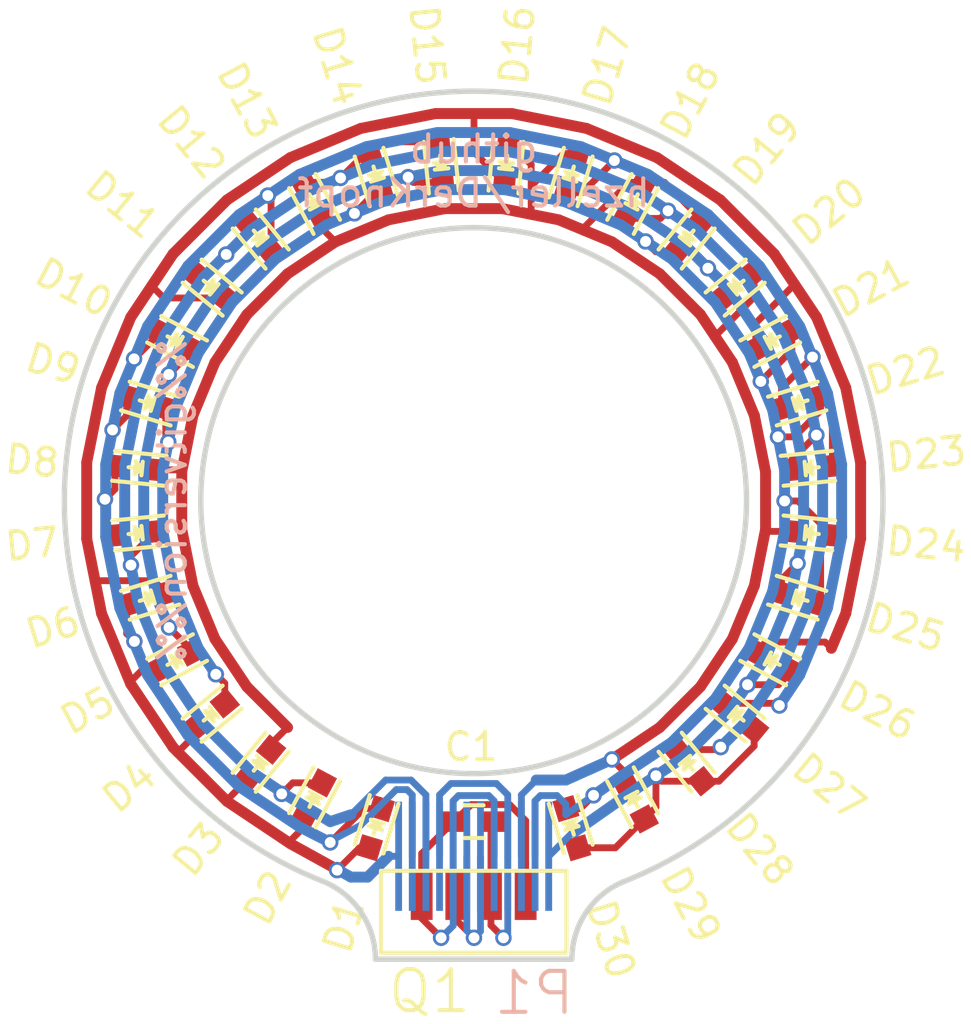
<source format=kicad_pcb>
(kicad_pcb (version 20171130) (host pcbnew "(5.1.12)-1")

  (general
    (thickness 1.6)
    (drawings 7)
    (tracks 429)
    (zones 0)
    (modules 33)
    (nets 10)
  )

  (page A4)
  (layers
    (0 F.Cu signal)
    (31 B.Cu signal)
    (32 B.Adhes user)
    (33 F.Adhes user)
    (34 B.Paste user)
    (35 F.Paste user)
    (36 B.SilkS user)
    (37 F.SilkS user)
    (38 B.Mask user)
    (39 F.Mask user)
    (40 Dwgs.User user)
    (41 Cmts.User user)
    (42 Eco1.User user)
    (43 Eco2.User user)
    (44 Edge.Cuts user)
    (45 Margin user)
    (46 B.CrtYd user)
    (47 F.CrtYd user)
    (48 B.Fab user)
    (49 F.Fab user)
  )

  (setup
    (last_trace_width 0.25)
    (trace_clearance 0.1)
    (zone_clearance 0.508)
    (zone_45_only no)
    (trace_min 0.2)
    (via_size 0.6)
    (via_drill 0.4)
    (via_min_size 0.4)
    (via_min_drill 0.3)
    (uvia_size 0.3)
    (uvia_drill 0.1)
    (uvias_allowed no)
    (uvia_min_size 0.2)
    (uvia_min_drill 0.1)
    (edge_width 0.2)
    (segment_width 0.2)
    (pcb_text_width 0.3)
    (pcb_text_size 1.5 1.5)
    (mod_edge_width 0.15)
    (mod_text_size 1 1)
    (mod_text_width 0.15)
    (pad_size 1.524 1.524)
    (pad_drill 0.762)
    (pad_to_mask_clearance 0.2)
    (aux_axis_origin 0 0)
    (visible_elements 7FFFFFFF)
    (pcbplotparams
      (layerselection 0x00030_80000001)
      (usegerberextensions false)
      (usegerberattributes true)
      (usegerberadvancedattributes true)
      (creategerberjobfile true)
      (excludeedgelayer true)
      (linewidth 0.100000)
      (plotframeref false)
      (viasonmask false)
      (mode 1)
      (useauxorigin false)
      (hpglpennumber 1)
      (hpglpenspeed 20)
      (hpglpendiameter 15.000000)
      (psnegative false)
      (psa4output false)
      (plotreference true)
      (plotvalue true)
      (plotinvisibletext false)
      (padsonsilk false)
      (subtractmaskfromsilk false)
      (outputformat 1)
      (mirror false)
      (drillshape 1)
      (scaleselection 1)
      (outputdirectory ""))
  )

  (net 0 "")
  (net 1 A)
  (net 2 B)
  (net 3 C)
  (net 4 D)
  (net 5 E)
  (net 6 F)
  (net 7 /GND)
  (net 8 /VCC)
  (net 9 /IR-signal)

  (net_class Default "This is the default net class."
    (clearance 0.1)
    (trace_width 0.25)
    (via_dia 0.6)
    (via_drill 0.4)
    (uvia_dia 0.3)
    (uvia_drill 0.1)
    (add_net /GND)
    (add_net /IR-signal)
    (add_net /VCC)
    (add_net A)
    (add_net B)
    (add_net C)
    (add_net D)
    (add_net E)
    (add_net F)
  )

  (module LEDs:LED_0603 locked (layer F.Cu) (tedit 57FABC1D) (tstamp 57F973F8)
    (at 96.4 112 253.1)
    (descr "LED 0603 smd package")
    (tags "LED led 0603 SMD smd SMT smt smdled SMDLED smtled SMTLED")
    (path /57F84DF8)
    (attr smd)
    (fp_text reference D1 (at 3.750132 0.062529 253.1) (layer F.SilkS)
      (effects (font (size 1 1) (thickness 0.15)))
    )
    (fp_text value LED (at 0 1.5 253.1) (layer F.Fab)
      (effects (font (size 1 1) (thickness 0.15)))
    )
    (fp_line (start -1.4 -0.75) (end 1.4 -0.75) (layer F.CrtYd) (width 0.05))
    (fp_line (start -1.4 0.75) (end -1.4 -0.75) (layer F.CrtYd) (width 0.05))
    (fp_line (start 1.4 0.75) (end -1.4 0.75) (layer F.CrtYd) (width 0.05))
    (fp_line (start 1.4 -0.75) (end 1.4 0.75) (layer F.CrtYd) (width 0.05))
    (fp_line (start 0 0.25) (end -0.25 0) (layer F.SilkS) (width 0.15))
    (fp_line (start 0 -0.25) (end 0 0.25) (layer F.SilkS) (width 0.15))
    (fp_line (start -0.25 0) (end 0 -0.25) (layer F.SilkS) (width 0.15))
    (fp_line (start -0.25 -0.25) (end -0.25 0.25) (layer F.SilkS) (width 0.15))
    (fp_line (start -0.2 0) (end 0.25 0) (layer F.SilkS) (width 0.15))
    (fp_line (start -1.1 -0.55) (end 0.8 -0.55) (layer F.SilkS) (width 0.15))
    (fp_line (start -1.1 0.55) (end 0.8 0.55) (layer F.SilkS) (width 0.15))
    (fp_line (start -0.8 0.4) (end -0.8 -0.4) (layer F.Fab) (width 0.15))
    (fp_line (start -0.8 -0.4) (end 0.8 -0.4) (layer F.Fab) (width 0.15))
    (fp_line (start 0.8 -0.4) (end 0.8 0.4) (layer F.Fab) (width 0.15))
    (fp_line (start 0.8 0.4) (end -0.8 0.4) (layer F.Fab) (width 0.15))
    (fp_line (start 0.1 -0.2) (end 0.1 0.2) (layer F.Fab) (width 0.15))
    (fp_line (start 0.1 0.2) (end -0.2 0) (layer F.Fab) (width 0.15))
    (fp_line (start -0.2 0) (end 0.1 -0.2) (layer F.Fab) (width 0.15))
    (fp_line (start -0.3 -0.2) (end -0.3 0.2) (layer F.Fab) (width 0.15))
    (pad 2 smd rect (at 0.7493 0 73.1) (size 0.79756 0.79756) (layers F.Cu F.Paste F.Mask)
      (net 1 A))
    (pad 1 smd rect (at -0.7493 0 73.1) (size 0.79756 0.79756) (layers F.Cu F.Paste F.Mask)
      (net 2 B))
    (model LEDs.3dshapes/LED_0603.wrl
      (at (xyz 0 0 0))
      (scale (xyz 1 1 1))
      (rotate (xyz 0 0 180))
    )
  )

  (module LEDs:LED_0603 locked (layer F.Cu) (tedit 57FABC1D) (tstamp 57F97411)
    (at 94.1 111 241.9)
    (descr "LED 0603 smd package")
    (tags "LED led 0603 SMD smd SMT smt smdled SMDLED smtled SMTLED")
    (path /57F8508C)
    (attr smd)
    (fp_text reference D2 (at 3.909422 -0.22376 241.9) (layer F.SilkS)
      (effects (font (size 1 1) (thickness 0.15)))
    )
    (fp_text value LED (at 0 1.5 241.9) (layer F.Fab)
      (effects (font (size 1 1) (thickness 0.15)))
    )
    (fp_line (start -1.4 -0.75) (end 1.4 -0.750001) (layer F.CrtYd) (width 0.05))
    (fp_line (start -1.4 0.750001) (end -1.4 -0.75) (layer F.CrtYd) (width 0.05))
    (fp_line (start 1.4 0.75) (end -1.4 0.750001) (layer F.CrtYd) (width 0.05))
    (fp_line (start 1.4 -0.750001) (end 1.4 0.75) (layer F.CrtYd) (width 0.05))
    (fp_line (start 0 0.25) (end -0.25 0) (layer F.SilkS) (width 0.15))
    (fp_line (start 0 -0.25) (end 0 0.25) (layer F.SilkS) (width 0.15))
    (fp_line (start -0.25 0) (end 0 -0.25) (layer F.SilkS) (width 0.15))
    (fp_line (start -0.25 -0.25) (end -0.25 0.25) (layer F.SilkS) (width 0.15))
    (fp_line (start -0.199999 0) (end 0.25 0) (layer F.SilkS) (width 0.15))
    (fp_line (start -1.1 -0.55) (end 0.8 -0.55) (layer F.SilkS) (width 0.15))
    (fp_line (start -1.1 0.55) (end 0.8 0.55) (layer F.SilkS) (width 0.15))
    (fp_line (start -0.8 0.4) (end -0.8 -0.4) (layer F.Fab) (width 0.15))
    (fp_line (start -0.8 -0.4) (end 0.8 -0.4) (layer F.Fab) (width 0.15))
    (fp_line (start 0.8 -0.4) (end 0.8 0.4) (layer F.Fab) (width 0.15))
    (fp_line (start 0.8 0.4) (end -0.8 0.4) (layer F.Fab) (width 0.15))
    (fp_line (start 0.1 -0.2) (end 0.1 0.200001) (layer F.Fab) (width 0.15))
    (fp_line (start 0.1 0.200001) (end -0.199999 0) (layer F.Fab) (width 0.15))
    (fp_line (start -0.199999 0) (end 0.1 -0.2) (layer F.Fab) (width 0.15))
    (fp_line (start -0.3 -0.2) (end -0.3 0.2) (layer F.Fab) (width 0.15))
    (pad 2 smd rect (at 0.7493 0 61.9) (size 0.79756 0.79756) (layers F.Cu F.Paste F.Mask)
      (net 1 A))
    (pad 1 smd rect (at -0.7493 0 61.9) (size 0.79756 0.79756) (layers F.Cu F.Paste F.Mask)
      (net 3 C))
    (model LEDs.3dshapes/LED_0603.wrl
      (at (xyz 0 0 0))
      (scale (xyz 1 1 1))
      (rotate (xyz 0 0 180))
    )
  )

  (module LEDs:LED_0603 locked (layer F.Cu) (tedit 57FABC1D) (tstamp 57F9742A)
    (at 92.1 109.7 230.6)
    (descr "LED 0603 smd package")
    (tags "LED led 0603 SMD smd SMT smt smdled SMDLED smtled SMTLED")
    (path /57F8550C)
    (attr smd)
    (fp_text reference D3 (at 3.76318 -0.264781 230.6) (layer F.SilkS)
      (effects (font (size 1 1) (thickness 0.15)))
    )
    (fp_text value LED (at 0 1.5 230.6) (layer F.Fab)
      (effects (font (size 1 1) (thickness 0.15)))
    )
    (fp_line (start -1.4 -0.75) (end 1.4 -0.75) (layer F.CrtYd) (width 0.05))
    (fp_line (start -1.4 0.75) (end -1.4 -0.75) (layer F.CrtYd) (width 0.05))
    (fp_line (start 1.4 0.75) (end -1.4 0.75) (layer F.CrtYd) (width 0.05))
    (fp_line (start 1.4 -0.75) (end 1.4 0.75) (layer F.CrtYd) (width 0.05))
    (fp_line (start 0 0.25) (end -0.25 0) (layer F.SilkS) (width 0.15))
    (fp_line (start 0 -0.25) (end 0 0.25) (layer F.SilkS) (width 0.15))
    (fp_line (start -0.25 0) (end 0 -0.25) (layer F.SilkS) (width 0.15))
    (fp_line (start -0.25 -0.25) (end -0.25 0.25) (layer F.SilkS) (width 0.15))
    (fp_line (start -0.2 0) (end 0.25 0) (layer F.SilkS) (width 0.15))
    (fp_line (start -1.1 -0.55) (end 0.8 -0.55) (layer F.SilkS) (width 0.15))
    (fp_line (start -1.1 0.55) (end 0.8 0.55) (layer F.SilkS) (width 0.15))
    (fp_line (start -0.8 0.4) (end -0.8 -0.4) (layer F.Fab) (width 0.15))
    (fp_line (start -0.8 -0.4) (end 0.8 -0.4) (layer F.Fab) (width 0.15))
    (fp_line (start 0.8 -0.4) (end 0.8 0.4) (layer F.Fab) (width 0.15))
    (fp_line (start 0.8 0.4) (end -0.8 0.4) (layer F.Fab) (width 0.15))
    (fp_line (start 0.1 -0.2) (end 0.1 0.2) (layer F.Fab) (width 0.15))
    (fp_line (start 0.1 0.2) (end -0.2 0) (layer F.Fab) (width 0.15))
    (fp_line (start -0.2 0) (end 0.1 -0.2) (layer F.Fab) (width 0.15))
    (fp_line (start -0.3 -0.2) (end -0.3 0.2) (layer F.Fab) (width 0.15))
    (pad 2 smd rect (at 0.7493 0 50.6) (size 0.79756 0.79756) (layers F.Cu F.Paste F.Mask)
      (net 1 A))
    (pad 1 smd rect (at -0.7493 0 50.6) (size 0.79756 0.79756) (layers F.Cu F.Paste F.Mask)
      (net 4 D))
    (model LEDs.3dshapes/LED_0603.wrl
      (at (xyz 0 0 0))
      (scale (xyz 1 1 1))
      (rotate (xyz 0 0 180))
    )
  )

  (module LEDs:LED_0603 locked (layer F.Cu) (tedit 57FABC1D) (tstamp 57F97443)
    (at 90.3 107.9 219.4)
    (descr "LED 0603 smd package")
    (tags "LED led 0603 SMD smd SMT smt smdled SMDLED smtled SMTLED")
    (path /57F85539)
    (attr smd)
    (fp_text reference D4 (at 3.903425 -0.145428 219.4) (layer F.SilkS)
      (effects (font (size 1 1) (thickness 0.15)))
    )
    (fp_text value LED (at 0 1.5 219.4) (layer F.Fab)
      (effects (font (size 1 1) (thickness 0.15)))
    )
    (fp_line (start -1.4 -0.75) (end 1.4 -0.75) (layer F.CrtYd) (width 0.05))
    (fp_line (start -1.4 0.75) (end -1.4 -0.75) (layer F.CrtYd) (width 0.05))
    (fp_line (start 1.4 0.75) (end -1.4 0.75) (layer F.CrtYd) (width 0.05))
    (fp_line (start 1.4 -0.75) (end 1.4 0.75) (layer F.CrtYd) (width 0.05))
    (fp_line (start 0 0.25) (end -0.25 0) (layer F.SilkS) (width 0.15))
    (fp_line (start 0 -0.25) (end 0 0.25) (layer F.SilkS) (width 0.15))
    (fp_line (start -0.25 0) (end 0 -0.25) (layer F.SilkS) (width 0.15))
    (fp_line (start -0.25 -0.25) (end -0.25 0.25) (layer F.SilkS) (width 0.15))
    (fp_line (start -0.2 0) (end 0.25 0) (layer F.SilkS) (width 0.15))
    (fp_line (start -1.1 -0.55) (end 0.8 -0.55) (layer F.SilkS) (width 0.15))
    (fp_line (start -1.1 0.55) (end 0.8 0.55) (layer F.SilkS) (width 0.15))
    (fp_line (start -0.8 0.4) (end -0.8 -0.4) (layer F.Fab) (width 0.15))
    (fp_line (start -0.8 -0.4) (end 0.8 -0.4) (layer F.Fab) (width 0.15))
    (fp_line (start 0.8 -0.4) (end 0.8 0.4) (layer F.Fab) (width 0.15))
    (fp_line (start 0.8 0.4) (end -0.8 0.4) (layer F.Fab) (width 0.15))
    (fp_line (start 0.1 -0.2) (end 0.1 0.2) (layer F.Fab) (width 0.15))
    (fp_line (start 0.1 0.2) (end -0.2 0) (layer F.Fab) (width 0.15))
    (fp_line (start -0.2 0) (end 0.1 -0.2) (layer F.Fab) (width 0.15))
    (fp_line (start -0.3 -0.2) (end -0.3 0.2) (layer F.Fab) (width 0.15))
    (pad 2 smd rect (at 0.7493 0 39.4) (size 0.79756 0.79756) (layers F.Cu F.Paste F.Mask)
      (net 1 A))
    (pad 1 smd rect (at -0.7493 0 39.4) (size 0.79756 0.79756) (layers F.Cu F.Paste F.Mask)
      (net 5 E))
    (model LEDs.3dshapes/LED_0603.wrl
      (at (xyz 0 0 0))
      (scale (xyz 1 1 1))
      (rotate (xyz 0 0 180))
    )
  )

  (module LEDs:LED_0603 locked (layer F.Cu) (tedit 57FABC1D) (tstamp 57F9745C)
    (at 89 105.9 208.1)
    (descr "LED 0603 smd package")
    (tags "LED led 0603 SMD smd SMT smt smdled SMDLED smtled SMTLED")
    (path /57F8555F)
    (attr smd)
    (fp_text reference D5 (at 3.622873 -0.101554 208.1) (layer F.SilkS)
      (effects (font (size 1 1) (thickness 0.15)))
    )
    (fp_text value LED (at 0 1.5 208.1) (layer F.Fab)
      (effects (font (size 1 1) (thickness 0.15)))
    )
    (fp_line (start -1.4 -0.75) (end 1.4 -0.75) (layer F.CrtYd) (width 0.05))
    (fp_line (start -1.4 0.75) (end -1.4 -0.75) (layer F.CrtYd) (width 0.05))
    (fp_line (start 1.4 0.75) (end -1.4 0.75) (layer F.CrtYd) (width 0.05))
    (fp_line (start 1.4 -0.75) (end 1.4 0.75) (layer F.CrtYd) (width 0.05))
    (fp_line (start 0 0.25) (end -0.25 0) (layer F.SilkS) (width 0.15))
    (fp_line (start 0 -0.25) (end 0 0.25) (layer F.SilkS) (width 0.15))
    (fp_line (start -0.25 0) (end 0 -0.25) (layer F.SilkS) (width 0.15))
    (fp_line (start -0.25 -0.25) (end -0.25 0.25) (layer F.SilkS) (width 0.15))
    (fp_line (start -0.2 0) (end 0.25 0) (layer F.SilkS) (width 0.15))
    (fp_line (start -1.1 -0.55) (end 0.8 -0.55) (layer F.SilkS) (width 0.15))
    (fp_line (start -1.1 0.55) (end 0.8 0.55) (layer F.SilkS) (width 0.15))
    (fp_line (start -0.8 0.4) (end -0.8 -0.4) (layer F.Fab) (width 0.15))
    (fp_line (start -0.8 -0.4) (end 0.8 -0.4) (layer F.Fab) (width 0.15))
    (fp_line (start 0.8 -0.4) (end 0.8 0.4) (layer F.Fab) (width 0.15))
    (fp_line (start 0.8 0.4) (end -0.8 0.4) (layer F.Fab) (width 0.15))
    (fp_line (start 0.1 -0.2) (end 0.1 0.2) (layer F.Fab) (width 0.15))
    (fp_line (start 0.1 0.2) (end -0.2 0) (layer F.Fab) (width 0.15))
    (fp_line (start -0.2 0) (end 0.1 -0.2) (layer F.Fab) (width 0.15))
    (fp_line (start -0.3 -0.2) (end -0.3 0.2) (layer F.Fab) (width 0.15))
    (pad 2 smd rect (at 0.7493 0 28.1) (size 0.79756 0.79756) (layers F.Cu F.Paste F.Mask)
      (net 1 A))
    (pad 1 smd rect (at -0.7493 0 28.1) (size 0.79756 0.79756) (layers F.Cu F.Paste F.Mask)
      (net 6 F))
    (model LEDs.3dshapes/LED_0603.wrl
      (at (xyz 0 0 0))
      (scale (xyz 1 1 1))
      (rotate (xyz 0 0 180))
    )
  )

  (module LEDs:LED_0603 locked (layer F.Cu) (tedit 57FABC1D) (tstamp 57F97475)
    (at 88 103.6 196.9)
    (descr "LED 0603 smd package")
    (tags "LED led 0603 SMD smd SMT smt smdled SMDLED smtled SMTLED")
    (path /57F8558E)
    (attr smd)
    (fp_text reference D6 (at 3.575045 -0.009121 196.9) (layer F.SilkS)
      (effects (font (size 1 1) (thickness 0.15)))
    )
    (fp_text value LED (at 0 1.5 196.9) (layer F.Fab)
      (effects (font (size 1 1) (thickness 0.15)))
    )
    (fp_line (start -1.4 -0.75) (end 1.4 -0.75) (layer F.CrtYd) (width 0.05))
    (fp_line (start -1.4 0.75) (end -1.4 -0.75) (layer F.CrtYd) (width 0.05))
    (fp_line (start 1.4 0.75) (end -1.4 0.75) (layer F.CrtYd) (width 0.05))
    (fp_line (start 1.4 -0.75) (end 1.4 0.75) (layer F.CrtYd) (width 0.05))
    (fp_line (start 0 0.25) (end -0.25 0) (layer F.SilkS) (width 0.15))
    (fp_line (start 0 -0.25) (end 0 0.25) (layer F.SilkS) (width 0.15))
    (fp_line (start -0.25 0) (end 0 -0.25) (layer F.SilkS) (width 0.15))
    (fp_line (start -0.25 -0.25) (end -0.25 0.25) (layer F.SilkS) (width 0.15))
    (fp_line (start -0.2 0) (end 0.25 0) (layer F.SilkS) (width 0.15))
    (fp_line (start -1.1 -0.55) (end 0.8 -0.55) (layer F.SilkS) (width 0.15))
    (fp_line (start -1.1 0.55) (end 0.8 0.55) (layer F.SilkS) (width 0.15))
    (fp_line (start -0.8 0.4) (end -0.8 -0.4) (layer F.Fab) (width 0.15))
    (fp_line (start -0.8 -0.4) (end 0.8 -0.4) (layer F.Fab) (width 0.15))
    (fp_line (start 0.8 -0.4) (end 0.8 0.4) (layer F.Fab) (width 0.15))
    (fp_line (start 0.8 0.4) (end -0.8 0.4) (layer F.Fab) (width 0.15))
    (fp_line (start 0.1 -0.2) (end 0.1 0.2) (layer F.Fab) (width 0.15))
    (fp_line (start 0.1 0.2) (end -0.2 0) (layer F.Fab) (width 0.15))
    (fp_line (start -0.2 0) (end 0.1 -0.2) (layer F.Fab) (width 0.15))
    (fp_line (start -0.3 -0.2) (end -0.3 0.2) (layer F.Fab) (width 0.15))
    (pad 2 smd rect (at 0.7493 0 16.9) (size 0.79756 0.79756) (layers F.Cu F.Paste F.Mask)
      (net 2 B))
    (pad 1 smd rect (at -0.7493 0 16.9) (size 0.79756 0.79756) (layers F.Cu F.Paste F.Mask)
      (net 1 A))
    (model LEDs.3dshapes/LED_0603.wrl
      (at (xyz 0 0 0))
      (scale (xyz 1 1 1))
      (rotate (xyz 0 0 180))
    )
  )

  (module LEDs:LED_0603 locked (layer F.Cu) (tedit 57FABC1D) (tstamp 57F9748E)
    (at 87.6 101.2 185.6)
    (descr "LED 0603 smd package")
    (tags "LED led 0603 SMD smd SMT smt smdled SMDLED smtled SMTLED")
    (path /57F855F2)
    (attr smd)
    (fp_text reference D7 (at 3.800993 -0.029228 185.6) (layer F.SilkS)
      (effects (font (size 1 1) (thickness 0.15)))
    )
    (fp_text value LED (at 0 1.5 185.6) (layer F.Fab)
      (effects (font (size 1 1) (thickness 0.15)))
    )
    (fp_line (start -1.4 -0.75) (end 1.4 -0.75) (layer F.CrtYd) (width 0.05))
    (fp_line (start -1.4 0.75) (end -1.4 -0.75) (layer F.CrtYd) (width 0.05))
    (fp_line (start 1.4 0.75) (end -1.4 0.75) (layer F.CrtYd) (width 0.05))
    (fp_line (start 1.4 -0.75) (end 1.4 0.75) (layer F.CrtYd) (width 0.05))
    (fp_line (start 0 0.25) (end -0.25 0) (layer F.SilkS) (width 0.15))
    (fp_line (start 0 -0.25) (end 0 0.25) (layer F.SilkS) (width 0.15))
    (fp_line (start -0.25 0) (end 0 -0.25) (layer F.SilkS) (width 0.15))
    (fp_line (start -0.25 -0.25) (end -0.25 0.25) (layer F.SilkS) (width 0.15))
    (fp_line (start -0.2 0) (end 0.25 0) (layer F.SilkS) (width 0.15))
    (fp_line (start -1.1 -0.55) (end 0.8 -0.55) (layer F.SilkS) (width 0.15))
    (fp_line (start -1.1 0.55) (end 0.8 0.55) (layer F.SilkS) (width 0.15))
    (fp_line (start -0.8 0.4) (end -0.8 -0.4) (layer F.Fab) (width 0.15))
    (fp_line (start -0.8 -0.4) (end 0.8 -0.4) (layer F.Fab) (width 0.15))
    (fp_line (start 0.8 -0.4) (end 0.8 0.4) (layer F.Fab) (width 0.15))
    (fp_line (start 0.8 0.4) (end -0.8 0.4) (layer F.Fab) (width 0.15))
    (fp_line (start 0.1 -0.2) (end 0.1 0.2) (layer F.Fab) (width 0.15))
    (fp_line (start 0.1 0.2) (end -0.2 0) (layer F.Fab) (width 0.15))
    (fp_line (start -0.2 0) (end 0.1 -0.2) (layer F.Fab) (width 0.15))
    (fp_line (start -0.3 -0.2) (end -0.3 0.2) (layer F.Fab) (width 0.15))
    (pad 2 smd rect (at 0.7493 0 5.6) (size 0.79756 0.79756) (layers F.Cu F.Paste F.Mask)
      (net 2 B))
    (pad 1 smd rect (at -0.7493 0 5.6) (size 0.79756 0.79756) (layers F.Cu F.Paste F.Mask)
      (net 3 C))
    (model LEDs.3dshapes/LED_0603.wrl
      (at (xyz 0 0 0))
      (scale (xyz 1 1 1))
      (rotate (xyz 0 0 180))
    )
  )

  (module LEDs:LED_0603 locked (layer F.Cu) (tedit 57FABC1D) (tstamp 57F974A7)
    (at 87.6 98.8 174.4)
    (descr "LED 0603 smd package")
    (tags "LED led 0603 SMD smd SMT smt smdled SMDLED smtled SMTLED")
    (path /57F856B8)
    (attr smd)
    (fp_text reference D8 (at 3.78616 -0.122047 174.4) (layer F.SilkS)
      (effects (font (size 1 1) (thickness 0.15)))
    )
    (fp_text value LED (at 0 1.5 174.4) (layer F.Fab)
      (effects (font (size 1 1) (thickness 0.15)))
    )
    (fp_line (start -1.4 -0.75) (end 1.4 -0.75) (layer F.CrtYd) (width 0.05))
    (fp_line (start -1.4 0.75) (end -1.4 -0.75) (layer F.CrtYd) (width 0.05))
    (fp_line (start 1.4 0.75) (end -1.4 0.75) (layer F.CrtYd) (width 0.05))
    (fp_line (start 1.4 -0.75) (end 1.4 0.75) (layer F.CrtYd) (width 0.05))
    (fp_line (start 0 0.25) (end -0.25 0) (layer F.SilkS) (width 0.15))
    (fp_line (start 0 -0.25) (end 0 0.25) (layer F.SilkS) (width 0.15))
    (fp_line (start -0.25 0) (end 0 -0.25) (layer F.SilkS) (width 0.15))
    (fp_line (start -0.25 -0.25) (end -0.25 0.25) (layer F.SilkS) (width 0.15))
    (fp_line (start -0.2 0) (end 0.25 0) (layer F.SilkS) (width 0.15))
    (fp_line (start -1.1 -0.55) (end 0.8 -0.55) (layer F.SilkS) (width 0.15))
    (fp_line (start -1.1 0.55) (end 0.8 0.55) (layer F.SilkS) (width 0.15))
    (fp_line (start -0.8 0.4) (end -0.8 -0.4) (layer F.Fab) (width 0.15))
    (fp_line (start -0.8 -0.4) (end 0.8 -0.4) (layer F.Fab) (width 0.15))
    (fp_line (start 0.8 -0.4) (end 0.8 0.4) (layer F.Fab) (width 0.15))
    (fp_line (start 0.8 0.4) (end -0.8 0.4) (layer F.Fab) (width 0.15))
    (fp_line (start 0.1 -0.2) (end 0.1 0.2) (layer F.Fab) (width 0.15))
    (fp_line (start 0.1 0.2) (end -0.2 0) (layer F.Fab) (width 0.15))
    (fp_line (start -0.2 0) (end 0.1 -0.2) (layer F.Fab) (width 0.15))
    (fp_line (start -0.3 -0.2) (end -0.3 0.2) (layer F.Fab) (width 0.15))
    (pad 2 smd rect (at 0.7493 0 354.4) (size 0.79756 0.79756) (layers F.Cu F.Paste F.Mask)
      (net 2 B))
    (pad 1 smd rect (at -0.7493 0 354.4) (size 0.79756 0.79756) (layers F.Cu F.Paste F.Mask)
      (net 4 D))
    (model LEDs.3dshapes/LED_0603.wrl
      (at (xyz 0 0 0))
      (scale (xyz 1 1 1))
      (rotate (xyz 0 0 180))
    )
  )

  (module LEDs:LED_0603 locked (layer F.Cu) (tedit 57FABC1D) (tstamp 57F974C0)
    (at 88 96.4 163.1)
    (descr "LED 0603 smd package")
    (tags "LED led 0603 SMD smd SMT smt smdled SMDLED smtled SMTLED")
    (path /57F85700)
    (attr smd)
    (fp_text reference D9 (at 3.678535 0.349746 163.1) (layer F.SilkS)
      (effects (font (size 1 1) (thickness 0.15)))
    )
    (fp_text value LED (at 0 1.5 163.1) (layer F.Fab)
      (effects (font (size 1 1) (thickness 0.15)))
    )
    (fp_line (start -1.4 -0.75) (end 1.4 -0.75) (layer F.CrtYd) (width 0.05))
    (fp_line (start -1.4 0.75) (end -1.4 -0.75) (layer F.CrtYd) (width 0.05))
    (fp_line (start 1.4 0.75) (end -1.4 0.75) (layer F.CrtYd) (width 0.05))
    (fp_line (start 1.4 -0.75) (end 1.4 0.75) (layer F.CrtYd) (width 0.05))
    (fp_line (start 0 0.25) (end -0.25 0) (layer F.SilkS) (width 0.15))
    (fp_line (start 0 -0.25) (end 0 0.25) (layer F.SilkS) (width 0.15))
    (fp_line (start -0.25 0) (end 0 -0.25) (layer F.SilkS) (width 0.15))
    (fp_line (start -0.25 -0.25) (end -0.25 0.25) (layer F.SilkS) (width 0.15))
    (fp_line (start -0.2 0) (end 0.25 0) (layer F.SilkS) (width 0.15))
    (fp_line (start -1.1 -0.55) (end 0.8 -0.55) (layer F.SilkS) (width 0.15))
    (fp_line (start -1.1 0.55) (end 0.8 0.55) (layer F.SilkS) (width 0.15))
    (fp_line (start -0.8 0.4) (end -0.8 -0.4) (layer F.Fab) (width 0.15))
    (fp_line (start -0.8 -0.4) (end 0.8 -0.4) (layer F.Fab) (width 0.15))
    (fp_line (start 0.8 -0.4) (end 0.8 0.4) (layer F.Fab) (width 0.15))
    (fp_line (start 0.8 0.4) (end -0.8 0.4) (layer F.Fab) (width 0.15))
    (fp_line (start 0.1 -0.2) (end 0.1 0.2) (layer F.Fab) (width 0.15))
    (fp_line (start 0.1 0.2) (end -0.2 0) (layer F.Fab) (width 0.15))
    (fp_line (start -0.2 0) (end 0.1 -0.2) (layer F.Fab) (width 0.15))
    (fp_line (start -0.3 -0.2) (end -0.3 0.2) (layer F.Fab) (width 0.15))
    (pad 2 smd rect (at 0.7493 0 343.1) (size 0.79756 0.79756) (layers F.Cu F.Paste F.Mask)
      (net 2 B))
    (pad 1 smd rect (at -0.7493 0 343.1) (size 0.79756 0.79756) (layers F.Cu F.Paste F.Mask)
      (net 5 E))
    (model LEDs.3dshapes/LED_0603.wrl
      (at (xyz 0 0 0))
      (scale (xyz 1 1 1))
      (rotate (xyz 0 0 180))
    )
  )

  (module LEDs:LED_0603 locked (layer F.Cu) (tedit 57FABC1D) (tstamp 57F974D9)
    (at 89 94.1 151.9)
    (descr "LED 0603 smd package")
    (tags "LED led 0603 SMD smd SMT smt smdled SMDLED smtled SMTLED")
    (path /57F85735)
    (attr smd)
    (fp_text reference D10 (at 4.119036 -0.047743 151.9) (layer F.SilkS)
      (effects (font (size 1 1) (thickness 0.15)))
    )
    (fp_text value LED (at 0 1.5 151.9) (layer F.Fab)
      (effects (font (size 1 1) (thickness 0.15)))
    )
    (fp_line (start -1.4 -0.75) (end 1.4 -0.75) (layer F.CrtYd) (width 0.05))
    (fp_line (start -1.4 0.75) (end -1.4 -0.75) (layer F.CrtYd) (width 0.05))
    (fp_line (start 1.4 0.75) (end -1.4 0.75) (layer F.CrtYd) (width 0.05))
    (fp_line (start 1.4 -0.75) (end 1.4 0.75) (layer F.CrtYd) (width 0.05))
    (fp_line (start 0 0.25) (end -0.25 0) (layer F.SilkS) (width 0.15))
    (fp_line (start 0 -0.25) (end 0 0.25) (layer F.SilkS) (width 0.15))
    (fp_line (start -0.25 0) (end 0 -0.25) (layer F.SilkS) (width 0.15))
    (fp_line (start -0.25 -0.25) (end -0.25 0.25) (layer F.SilkS) (width 0.15))
    (fp_line (start -0.2 0) (end 0.25 0) (layer F.SilkS) (width 0.15))
    (fp_line (start -1.1 -0.55) (end 0.8 -0.55) (layer F.SilkS) (width 0.15))
    (fp_line (start -1.1 0.55) (end 0.8 0.55) (layer F.SilkS) (width 0.15))
    (fp_line (start -0.8 0.4) (end -0.8 -0.4) (layer F.Fab) (width 0.15))
    (fp_line (start -0.8 -0.4) (end 0.8 -0.4) (layer F.Fab) (width 0.15))
    (fp_line (start 0.8 -0.4) (end 0.8 0.4) (layer F.Fab) (width 0.15))
    (fp_line (start 0.8 0.4) (end -0.8 0.4) (layer F.Fab) (width 0.15))
    (fp_line (start 0.1 -0.2) (end 0.1 0.2) (layer F.Fab) (width 0.15))
    (fp_line (start 0.1 0.2) (end -0.2 0) (layer F.Fab) (width 0.15))
    (fp_line (start -0.2 0) (end 0.1 -0.2) (layer F.Fab) (width 0.15))
    (fp_line (start -0.3 -0.2) (end -0.3 0.2) (layer F.Fab) (width 0.15))
    (pad 2 smd rect (at 0.7493 0 331.9) (size 0.79756 0.79756) (layers F.Cu F.Paste F.Mask)
      (net 2 B))
    (pad 1 smd rect (at -0.7493 0 331.9) (size 0.79756 0.79756) (layers F.Cu F.Paste F.Mask)
      (net 6 F))
    (model LEDs.3dshapes/LED_0603.wrl
      (at (xyz 0 0 0))
      (scale (xyz 1 1 1))
      (rotate (xyz 0 0 180))
    )
  )

  (module LEDs:LED_0603 locked (layer F.Cu) (tedit 57FABC1D) (tstamp 57F974F2)
    (at 90.3 92.1 140.6)
    (descr "LED 0603 smd package")
    (tags "LED led 0603 SMD smd SMT smt smdled SMDLED smtled SMTLED")
    (path /57F859CD)
    (attr smd)
    (fp_text reference D11 (at 4.325663 0.2593 140.6) (layer F.SilkS)
      (effects (font (size 1 1) (thickness 0.15)))
    )
    (fp_text value LED (at 0 1.5 140.6) (layer F.Fab)
      (effects (font (size 1 1) (thickness 0.15)))
    )
    (fp_line (start -1.4 -0.75) (end 1.4 -0.75) (layer F.CrtYd) (width 0.05))
    (fp_line (start -1.4 0.75) (end -1.4 -0.75) (layer F.CrtYd) (width 0.05))
    (fp_line (start 1.4 0.75) (end -1.4 0.75) (layer F.CrtYd) (width 0.05))
    (fp_line (start 1.4 -0.75) (end 1.4 0.75) (layer F.CrtYd) (width 0.05))
    (fp_line (start 0 0.25) (end -0.25 0) (layer F.SilkS) (width 0.15))
    (fp_line (start 0 -0.25) (end 0 0.25) (layer F.SilkS) (width 0.15))
    (fp_line (start -0.25 0) (end 0 -0.25) (layer F.SilkS) (width 0.15))
    (fp_line (start -0.25 -0.25) (end -0.25 0.25) (layer F.SilkS) (width 0.15))
    (fp_line (start -0.2 0) (end 0.25 0) (layer F.SilkS) (width 0.15))
    (fp_line (start -1.1 -0.55) (end 0.8 -0.55) (layer F.SilkS) (width 0.15))
    (fp_line (start -1.1 0.55) (end 0.8 0.55) (layer F.SilkS) (width 0.15))
    (fp_line (start -0.8 0.4) (end -0.8 -0.4) (layer F.Fab) (width 0.15))
    (fp_line (start -0.8 -0.4) (end 0.8 -0.4) (layer F.Fab) (width 0.15))
    (fp_line (start 0.8 -0.4) (end 0.8 0.4) (layer F.Fab) (width 0.15))
    (fp_line (start 0.8 0.4) (end -0.8 0.4) (layer F.Fab) (width 0.15))
    (fp_line (start 0.1 -0.2) (end 0.1 0.2) (layer F.Fab) (width 0.15))
    (fp_line (start 0.1 0.2) (end -0.2 0) (layer F.Fab) (width 0.15))
    (fp_line (start -0.2 0) (end 0.1 -0.2) (layer F.Fab) (width 0.15))
    (fp_line (start -0.3 -0.2) (end -0.3 0.2) (layer F.Fab) (width 0.15))
    (pad 2 smd rect (at 0.7493 0 320.6) (size 0.79756 0.79756) (layers F.Cu F.Paste F.Mask)
      (net 3 C))
    (pad 1 smd rect (at -0.7493 0 320.6) (size 0.79756 0.79756) (layers F.Cu F.Paste F.Mask)
      (net 1 A))
    (model LEDs.3dshapes/LED_0603.wrl
      (at (xyz 0 0 0))
      (scale (xyz 1 1 1))
      (rotate (xyz 0 0 180))
    )
  )

  (module LEDs:LED_0603 locked (layer F.Cu) (tedit 57FABC1D) (tstamp 57F9750B)
    (at 92.1 90.3 129.4)
    (descr "LED 0603 smd package")
    (tags "LED led 0603 SMD smd SMT smt smdled SMDLED smtled SMTLED")
    (path /57F85A16)
    (attr smd)
    (fp_text reference D12 (at 4.199495 0.294471 129.4) (layer F.SilkS)
      (effects (font (size 1 1) (thickness 0.15)))
    )
    (fp_text value LED (at 0 1.5 129.4) (layer F.Fab)
      (effects (font (size 1 1) (thickness 0.15)))
    )
    (fp_line (start -1.4 -0.75) (end 1.4 -0.75) (layer F.CrtYd) (width 0.05))
    (fp_line (start -1.4 0.75) (end -1.4 -0.75) (layer F.CrtYd) (width 0.05))
    (fp_line (start 1.4 0.75) (end -1.4 0.75) (layer F.CrtYd) (width 0.05))
    (fp_line (start 1.4 -0.75) (end 1.4 0.75) (layer F.CrtYd) (width 0.05))
    (fp_line (start 0 0.25) (end -0.25 0) (layer F.SilkS) (width 0.15))
    (fp_line (start 0 -0.25) (end 0 0.25) (layer F.SilkS) (width 0.15))
    (fp_line (start -0.25 0) (end 0 -0.25) (layer F.SilkS) (width 0.15))
    (fp_line (start -0.25 -0.25) (end -0.25 0.25) (layer F.SilkS) (width 0.15))
    (fp_line (start -0.2 0) (end 0.25 0) (layer F.SilkS) (width 0.15))
    (fp_line (start -1.1 -0.55) (end 0.8 -0.55) (layer F.SilkS) (width 0.15))
    (fp_line (start -1.1 0.55) (end 0.8 0.55) (layer F.SilkS) (width 0.15))
    (fp_line (start -0.8 0.4) (end -0.8 -0.4) (layer F.Fab) (width 0.15))
    (fp_line (start -0.8 -0.4) (end 0.8 -0.4) (layer F.Fab) (width 0.15))
    (fp_line (start 0.8 -0.4) (end 0.8 0.4) (layer F.Fab) (width 0.15))
    (fp_line (start 0.8 0.4) (end -0.8 0.4) (layer F.Fab) (width 0.15))
    (fp_line (start 0.1 -0.2) (end 0.1 0.2) (layer F.Fab) (width 0.15))
    (fp_line (start 0.1 0.2) (end -0.2 0) (layer F.Fab) (width 0.15))
    (fp_line (start -0.2 0) (end 0.1 -0.2) (layer F.Fab) (width 0.15))
    (fp_line (start -0.3 -0.2) (end -0.3 0.2) (layer F.Fab) (width 0.15))
    (pad 2 smd rect (at 0.7493 0 309.4) (size 0.79756 0.79756) (layers F.Cu F.Paste F.Mask)
      (net 3 C))
    (pad 1 smd rect (at -0.7493 0 309.4) (size 0.79756 0.79756) (layers F.Cu F.Paste F.Mask)
      (net 2 B))
    (model LEDs.3dshapes/LED_0603.wrl
      (at (xyz 0 0 0))
      (scale (xyz 1 1 1))
      (rotate (xyz 0 0 180))
    )
  )

  (module LEDs:LED_0603 locked (layer F.Cu) (tedit 57FABC1D) (tstamp 57F97524)
    (at 94.1 89 118.1)
    (descr "LED 0603 smd package")
    (tags "LED led 0603 SMD smd SMT smt smdled SMDLED smtled SMTLED")
    (path /57F85A5C)
    (attr smd)
    (fp_text reference D13 (at 4.35831 -0.400378 118.1) (layer F.SilkS)
      (effects (font (size 1 1) (thickness 0.15)))
    )
    (fp_text value LED (at 0 1.5 118.1) (layer F.Fab)
      (effects (font (size 1 1) (thickness 0.15)))
    )
    (fp_line (start -1.4 -0.75) (end 1.4 -0.75) (layer F.CrtYd) (width 0.05))
    (fp_line (start -1.4 0.75) (end -1.4 -0.75) (layer F.CrtYd) (width 0.05))
    (fp_line (start 1.4 0.75) (end -1.4 0.75) (layer F.CrtYd) (width 0.05))
    (fp_line (start 1.4 -0.75) (end 1.4 0.75) (layer F.CrtYd) (width 0.05))
    (fp_line (start 0 0.25) (end -0.25 0) (layer F.SilkS) (width 0.15))
    (fp_line (start 0 -0.25) (end 0 0.25) (layer F.SilkS) (width 0.15))
    (fp_line (start -0.25 0) (end 0 -0.25) (layer F.SilkS) (width 0.15))
    (fp_line (start -0.25 -0.25) (end -0.25 0.25) (layer F.SilkS) (width 0.15))
    (fp_line (start -0.2 0) (end 0.25 0) (layer F.SilkS) (width 0.15))
    (fp_line (start -1.1 -0.55) (end 0.8 -0.55) (layer F.SilkS) (width 0.15))
    (fp_line (start -1.1 0.55) (end 0.8 0.55) (layer F.SilkS) (width 0.15))
    (fp_line (start -0.8 0.4) (end -0.8 -0.4) (layer F.Fab) (width 0.15))
    (fp_line (start -0.8 -0.4) (end 0.8 -0.4) (layer F.Fab) (width 0.15))
    (fp_line (start 0.8 -0.4) (end 0.8 0.4) (layer F.Fab) (width 0.15))
    (fp_line (start 0.8 0.4) (end -0.8 0.4) (layer F.Fab) (width 0.15))
    (fp_line (start 0.1 -0.2) (end 0.1 0.2) (layer F.Fab) (width 0.15))
    (fp_line (start 0.1 0.2) (end -0.2 0) (layer F.Fab) (width 0.15))
    (fp_line (start -0.2 0) (end 0.1 -0.2) (layer F.Fab) (width 0.15))
    (fp_line (start -0.3 -0.2) (end -0.3 0.2) (layer F.Fab) (width 0.15))
    (pad 2 smd rect (at 0.7493 0 298.1) (size 0.79756 0.79756) (layers F.Cu F.Paste F.Mask)
      (net 3 C))
    (pad 1 smd rect (at -0.7493 0 298.1) (size 0.79756 0.79756) (layers F.Cu F.Paste F.Mask)
      (net 4 D))
    (model LEDs.3dshapes/LED_0603.wrl
      (at (xyz 0 0 0))
      (scale (xyz 1 1 1))
      (rotate (xyz 0 0 180))
    )
  )

  (module LEDs:LED_0603 locked (layer F.Cu) (tedit 57FABC1D) (tstamp 57F9753D)
    (at 96.4 88 106.9)
    (descr "LED 0603 smd package")
    (tags "LED led 0603 SMD smd SMT smt smdled SMDLED smtled SMTLED")
    (path /57F85AB5)
    (attr smd)
    (fp_text reference D14 (at 4.164596 -0.202069 106.9) (layer F.SilkS)
      (effects (font (size 1 1) (thickness 0.15)))
    )
    (fp_text value LED (at 0 1.5 106.9) (layer F.Fab)
      (effects (font (size 1 1) (thickness 0.15)))
    )
    (fp_line (start -1.4 -0.75) (end 1.4 -0.75) (layer F.CrtYd) (width 0.05))
    (fp_line (start -1.4 0.75) (end -1.4 -0.75) (layer F.CrtYd) (width 0.05))
    (fp_line (start 1.4 0.75) (end -1.4 0.75) (layer F.CrtYd) (width 0.05))
    (fp_line (start 1.4 -0.75) (end 1.4 0.75) (layer F.CrtYd) (width 0.05))
    (fp_line (start 0 0.25) (end -0.25 0) (layer F.SilkS) (width 0.15))
    (fp_line (start 0 -0.25) (end 0 0.25) (layer F.SilkS) (width 0.15))
    (fp_line (start -0.25 0) (end 0 -0.25) (layer F.SilkS) (width 0.15))
    (fp_line (start -0.25 -0.25) (end -0.25 0.25) (layer F.SilkS) (width 0.15))
    (fp_line (start -0.2 0) (end 0.25 0) (layer F.SilkS) (width 0.15))
    (fp_line (start -1.1 -0.55) (end 0.8 -0.55) (layer F.SilkS) (width 0.15))
    (fp_line (start -1.1 0.55) (end 0.8 0.55) (layer F.SilkS) (width 0.15))
    (fp_line (start -0.8 0.4) (end -0.8 -0.4) (layer F.Fab) (width 0.15))
    (fp_line (start -0.8 -0.4) (end 0.8 -0.4) (layer F.Fab) (width 0.15))
    (fp_line (start 0.8 -0.4) (end 0.8 0.4) (layer F.Fab) (width 0.15))
    (fp_line (start 0.8 0.4) (end -0.8 0.4) (layer F.Fab) (width 0.15))
    (fp_line (start 0.1 -0.2) (end 0.1 0.2) (layer F.Fab) (width 0.15))
    (fp_line (start 0.1 0.2) (end -0.2 0) (layer F.Fab) (width 0.15))
    (fp_line (start -0.2 0) (end 0.1 -0.2) (layer F.Fab) (width 0.15))
    (fp_line (start -0.3 -0.2) (end -0.3 0.2) (layer F.Fab) (width 0.15))
    (pad 2 smd rect (at 0.7493 0 286.9) (size 0.79756 0.79756) (layers F.Cu F.Paste F.Mask)
      (net 3 C))
    (pad 1 smd rect (at -0.7493 0 286.9) (size 0.79756 0.79756) (layers F.Cu F.Paste F.Mask)
      (net 5 E))
    (model LEDs.3dshapes/LED_0603.wrl
      (at (xyz 0 0 0))
      (scale (xyz 1 1 1))
      (rotate (xyz 0 0 180))
    )
  )

  (module LEDs:LED_0603 locked (layer F.Cu) (tedit 57FABC1D) (tstamp 57F97556)
    (at 98.8 87.6 95.6)
    (descr "LED 0603 smd package")
    (tags "LED led 0603 SMD smd SMT smt smdled SMDLED smtled SMTLED")
    (path /57F85AFB)
    (attr smd)
    (fp_text reference D15 (at 4.316522 -0.081169 95.6) (layer F.SilkS)
      (effects (font (size 1 1) (thickness 0.15)))
    )
    (fp_text value LED (at 0 1.5 95.6) (layer F.Fab)
      (effects (font (size 1 1) (thickness 0.15)))
    )
    (fp_line (start -1.4 -0.75) (end 1.4 -0.75) (layer F.CrtYd) (width 0.05))
    (fp_line (start -1.4 0.75) (end -1.4 -0.75) (layer F.CrtYd) (width 0.05))
    (fp_line (start 1.4 0.75) (end -1.4 0.75) (layer F.CrtYd) (width 0.05))
    (fp_line (start 1.4 -0.75) (end 1.4 0.75) (layer F.CrtYd) (width 0.05))
    (fp_line (start 0 0.25) (end -0.25 0) (layer F.SilkS) (width 0.15))
    (fp_line (start 0 -0.25) (end 0 0.25) (layer F.SilkS) (width 0.15))
    (fp_line (start -0.25 0) (end 0 -0.25) (layer F.SilkS) (width 0.15))
    (fp_line (start -0.25 -0.25) (end -0.25 0.25) (layer F.SilkS) (width 0.15))
    (fp_line (start -0.2 0) (end 0.25 0) (layer F.SilkS) (width 0.15))
    (fp_line (start -1.1 -0.55) (end 0.8 -0.55) (layer F.SilkS) (width 0.15))
    (fp_line (start -1.1 0.55) (end 0.8 0.55) (layer F.SilkS) (width 0.15))
    (fp_line (start -0.8 0.4) (end -0.8 -0.4) (layer F.Fab) (width 0.15))
    (fp_line (start -0.8 -0.4) (end 0.8 -0.4) (layer F.Fab) (width 0.15))
    (fp_line (start 0.8 -0.4) (end 0.8 0.4) (layer F.Fab) (width 0.15))
    (fp_line (start 0.8 0.4) (end -0.8 0.4) (layer F.Fab) (width 0.15))
    (fp_line (start 0.1 -0.2) (end 0.1 0.2) (layer F.Fab) (width 0.15))
    (fp_line (start 0.1 0.2) (end -0.2 0) (layer F.Fab) (width 0.15))
    (fp_line (start -0.2 0) (end 0.1 -0.2) (layer F.Fab) (width 0.15))
    (fp_line (start -0.3 -0.2) (end -0.3 0.2) (layer F.Fab) (width 0.15))
    (pad 2 smd rect (at 0.7493 0 275.6) (size 0.79756 0.79756) (layers F.Cu F.Paste F.Mask)
      (net 3 C))
    (pad 1 smd rect (at -0.7493 0 275.6) (size 0.79756 0.79756) (layers F.Cu F.Paste F.Mask)
      (net 6 F))
    (model LEDs.3dshapes/LED_0603.wrl
      (at (xyz 0 0 0))
      (scale (xyz 1 1 1))
      (rotate (xyz 0 0 180))
    )
  )

  (module LEDs:LED_0603 locked (layer F.Cu) (tedit 57FABC1D) (tstamp 57F9756F)
    (at 101.2 87.6 84.4)
    (descr "LED 0603 smd package")
    (tags "LED led 0603 SMD smd SMT smt smdled SMDLED smtled SMTLED")
    (path /57F85CCE)
    (attr smd)
    (fp_text reference D16 (at 4.306568 -0.020345 84.4) (layer F.SilkS)
      (effects (font (size 1 1) (thickness 0.15)))
    )
    (fp_text value LED (at 0 1.5 84.4) (layer F.Fab)
      (effects (font (size 1 1) (thickness 0.15)))
    )
    (fp_line (start -1.4 -0.75) (end 1.4 -0.75) (layer F.CrtYd) (width 0.05))
    (fp_line (start -1.4 0.75) (end -1.4 -0.75) (layer F.CrtYd) (width 0.05))
    (fp_line (start 1.4 0.75) (end -1.4 0.75) (layer F.CrtYd) (width 0.05))
    (fp_line (start 1.4 -0.75) (end 1.4 0.75) (layer F.CrtYd) (width 0.05))
    (fp_line (start 0 0.25) (end -0.25 0) (layer F.SilkS) (width 0.15))
    (fp_line (start 0 -0.25) (end 0 0.25) (layer F.SilkS) (width 0.15))
    (fp_line (start -0.25 0) (end 0 -0.25) (layer F.SilkS) (width 0.15))
    (fp_line (start -0.25 -0.25) (end -0.25 0.25) (layer F.SilkS) (width 0.15))
    (fp_line (start -0.2 0) (end 0.25 0) (layer F.SilkS) (width 0.15))
    (fp_line (start -1.1 -0.55) (end 0.8 -0.55) (layer F.SilkS) (width 0.15))
    (fp_line (start -1.1 0.55) (end 0.8 0.55) (layer F.SilkS) (width 0.15))
    (fp_line (start -0.8 0.4) (end -0.8 -0.4) (layer F.Fab) (width 0.15))
    (fp_line (start -0.8 -0.4) (end 0.8 -0.4) (layer F.Fab) (width 0.15))
    (fp_line (start 0.8 -0.4) (end 0.8 0.4) (layer F.Fab) (width 0.15))
    (fp_line (start 0.8 0.4) (end -0.8 0.4) (layer F.Fab) (width 0.15))
    (fp_line (start 0.1 -0.2) (end 0.1 0.2) (layer F.Fab) (width 0.15))
    (fp_line (start 0.1 0.2) (end -0.2 0) (layer F.Fab) (width 0.15))
    (fp_line (start -0.2 0) (end 0.1 -0.2) (layer F.Fab) (width 0.15))
    (fp_line (start -0.3 -0.2) (end -0.3 0.2) (layer F.Fab) (width 0.15))
    (pad 2 smd rect (at 0.7493 0 264.4) (size 0.79756 0.79756) (layers F.Cu F.Paste F.Mask)
      (net 4 D))
    (pad 1 smd rect (at -0.7493 0 264.4) (size 0.79756 0.79756) (layers F.Cu F.Paste F.Mask)
      (net 1 A))
    (model LEDs.3dshapes/LED_0603.wrl
      (at (xyz 0 0 0))
      (scale (xyz 1 1 1))
      (rotate (xyz 0 0 180))
    )
  )

  (module LEDs:LED_0603 locked (layer F.Cu) (tedit 57FABC1D) (tstamp 57F97588)
    (at 103.6 88 73.1)
    (descr "LED 0603 smd package")
    (tags "LED led 0603 SMD smd SMT smt smdled SMDLED smtled SMTLED")
    (path /57F85D28)
    (attr smd)
    (fp_text reference D17 (at 4.134944 0.104474 73.1) (layer F.SilkS)
      (effects (font (size 1 1) (thickness 0.15)))
    )
    (fp_text value LED (at 0 1.5 73.1) (layer F.Fab)
      (effects (font (size 1 1) (thickness 0.15)))
    )
    (fp_line (start -1.4 -0.75) (end 1.4 -0.75) (layer F.CrtYd) (width 0.05))
    (fp_line (start -1.4 0.75) (end -1.4 -0.75) (layer F.CrtYd) (width 0.05))
    (fp_line (start 1.4 0.75) (end -1.4 0.75) (layer F.CrtYd) (width 0.05))
    (fp_line (start 1.4 -0.75) (end 1.4 0.75) (layer F.CrtYd) (width 0.05))
    (fp_line (start 0 0.25) (end -0.25 0) (layer F.SilkS) (width 0.15))
    (fp_line (start 0 -0.25) (end 0 0.25) (layer F.SilkS) (width 0.15))
    (fp_line (start -0.25 0) (end 0 -0.25) (layer F.SilkS) (width 0.15))
    (fp_line (start -0.25 -0.25) (end -0.25 0.25) (layer F.SilkS) (width 0.15))
    (fp_line (start -0.2 0) (end 0.25 0) (layer F.SilkS) (width 0.15))
    (fp_line (start -1.1 -0.55) (end 0.8 -0.55) (layer F.SilkS) (width 0.15))
    (fp_line (start -1.1 0.55) (end 0.8 0.55) (layer F.SilkS) (width 0.15))
    (fp_line (start -0.8 0.4) (end -0.8 -0.4) (layer F.Fab) (width 0.15))
    (fp_line (start -0.8 -0.4) (end 0.8 -0.4) (layer F.Fab) (width 0.15))
    (fp_line (start 0.8 -0.4) (end 0.8 0.4) (layer F.Fab) (width 0.15))
    (fp_line (start 0.8 0.4) (end -0.8 0.4) (layer F.Fab) (width 0.15))
    (fp_line (start 0.1 -0.2) (end 0.1 0.2) (layer F.Fab) (width 0.15))
    (fp_line (start 0.1 0.2) (end -0.2 0) (layer F.Fab) (width 0.15))
    (fp_line (start -0.2 0) (end 0.1 -0.2) (layer F.Fab) (width 0.15))
    (fp_line (start -0.3 -0.2) (end -0.3 0.2) (layer F.Fab) (width 0.15))
    (pad 2 smd rect (at 0.7493 0 253.1) (size 0.79756 0.79756) (layers F.Cu F.Paste F.Mask)
      (net 4 D))
    (pad 1 smd rect (at -0.7493 0 253.1) (size 0.79756 0.79756) (layers F.Cu F.Paste F.Mask)
      (net 2 B))
    (model LEDs.3dshapes/LED_0603.wrl
      (at (xyz 0 0 0))
      (scale (xyz 1 1 1))
      (rotate (xyz 0 0 180))
    )
  )

  (module LEDs:LED_0603 locked (layer F.Cu) (tedit 57FABC1D) (tstamp 57F975A1)
    (at 105.9 89 61.9)
    (descr "LED 0603 smd package")
    (tags "LED led 0603 SMD smd SMT smt smdled SMDLED smtled SMTLED")
    (path /57F85D77)
    (attr smd)
    (fp_text reference D18 (at 4.19063 0.086341 61.9) (layer F.SilkS)
      (effects (font (size 1 1) (thickness 0.15)))
    )
    (fp_text value LED (at 0 1.5 61.9) (layer F.Fab)
      (effects (font (size 1 1) (thickness 0.15)))
    )
    (fp_line (start -1.4 -0.75) (end 1.4 -0.75) (layer F.CrtYd) (width 0.05))
    (fp_line (start -1.4 0.75) (end -1.4 -0.75) (layer F.CrtYd) (width 0.05))
    (fp_line (start 1.4 0.75) (end -1.4 0.75) (layer F.CrtYd) (width 0.05))
    (fp_line (start 1.4 -0.75) (end 1.4 0.75) (layer F.CrtYd) (width 0.05))
    (fp_line (start 0 0.25) (end -0.25 0) (layer F.SilkS) (width 0.15))
    (fp_line (start 0 -0.25) (end 0 0.25) (layer F.SilkS) (width 0.15))
    (fp_line (start -0.25 0) (end 0 -0.25) (layer F.SilkS) (width 0.15))
    (fp_line (start -0.25 -0.25) (end -0.25 0.25) (layer F.SilkS) (width 0.15))
    (fp_line (start -0.2 0) (end 0.25 0) (layer F.SilkS) (width 0.15))
    (fp_line (start -1.1 -0.55) (end 0.8 -0.55) (layer F.SilkS) (width 0.15))
    (fp_line (start -1.1 0.55) (end 0.8 0.55) (layer F.SilkS) (width 0.15))
    (fp_line (start -0.8 0.4) (end -0.8 -0.4) (layer F.Fab) (width 0.15))
    (fp_line (start -0.8 -0.4) (end 0.8 -0.4) (layer F.Fab) (width 0.15))
    (fp_line (start 0.8 -0.4) (end 0.8 0.4) (layer F.Fab) (width 0.15))
    (fp_line (start 0.8 0.4) (end -0.8 0.4) (layer F.Fab) (width 0.15))
    (fp_line (start 0.1 -0.2) (end 0.1 0.2) (layer F.Fab) (width 0.15))
    (fp_line (start 0.1 0.2) (end -0.2 0) (layer F.Fab) (width 0.15))
    (fp_line (start -0.2 0) (end 0.1 -0.2) (layer F.Fab) (width 0.15))
    (fp_line (start -0.3 -0.2) (end -0.3 0.2) (layer F.Fab) (width 0.15))
    (pad 2 smd rect (at 0.7493 0 241.9) (size 0.79756 0.79756) (layers F.Cu F.Paste F.Mask)
      (net 4 D))
    (pad 1 smd rect (at -0.7493 0 241.9) (size 0.79756 0.79756) (layers F.Cu F.Paste F.Mask)
      (net 3 C))
    (model LEDs.3dshapes/LED_0603.wrl
      (at (xyz 0 0 0))
      (scale (xyz 1 1 1))
      (rotate (xyz 0 0 180))
    )
  )

  (module LEDs:LED_0603 locked (layer F.Cu) (tedit 57FABC1D) (tstamp 57F975BA)
    (at 107.9 90.3 50.6)
    (descr "LED 0603 smd package")
    (tags "LED led 0603 SMD smd SMT smt smdled SMDLED smtled SMTLED")
    (path /57F85E07)
    (attr smd)
    (fp_text reference D19 (at 4.260921 0.180481 50.6) (layer F.SilkS)
      (effects (font (size 1 1) (thickness 0.15)))
    )
    (fp_text value LED (at 0 1.5 50.6) (layer F.Fab)
      (effects (font (size 1 1) (thickness 0.15)))
    )
    (fp_line (start -1.4 -0.75) (end 1.4 -0.75) (layer F.CrtYd) (width 0.05))
    (fp_line (start -1.4 0.75) (end -1.4 -0.75) (layer F.CrtYd) (width 0.05))
    (fp_line (start 1.4 0.75) (end -1.4 0.75) (layer F.CrtYd) (width 0.05))
    (fp_line (start 1.4 -0.75) (end 1.4 0.75) (layer F.CrtYd) (width 0.05))
    (fp_line (start 0 0.25) (end -0.25 0) (layer F.SilkS) (width 0.15))
    (fp_line (start 0 -0.25) (end 0 0.25) (layer F.SilkS) (width 0.15))
    (fp_line (start -0.25 0) (end 0 -0.25) (layer F.SilkS) (width 0.15))
    (fp_line (start -0.25 -0.25) (end -0.25 0.25) (layer F.SilkS) (width 0.15))
    (fp_line (start -0.2 0) (end 0.25 0) (layer F.SilkS) (width 0.15))
    (fp_line (start -1.1 -0.55) (end 0.8 -0.55) (layer F.SilkS) (width 0.15))
    (fp_line (start -1.1 0.55) (end 0.8 0.55) (layer F.SilkS) (width 0.15))
    (fp_line (start -0.8 0.4) (end -0.8 -0.4) (layer F.Fab) (width 0.15))
    (fp_line (start -0.8 -0.4) (end 0.8 -0.4) (layer F.Fab) (width 0.15))
    (fp_line (start 0.8 -0.4) (end 0.8 0.4) (layer F.Fab) (width 0.15))
    (fp_line (start 0.8 0.4) (end -0.8 0.4) (layer F.Fab) (width 0.15))
    (fp_line (start 0.1 -0.2) (end 0.1 0.2) (layer F.Fab) (width 0.15))
    (fp_line (start 0.1 0.2) (end -0.2 0) (layer F.Fab) (width 0.15))
    (fp_line (start -0.2 0) (end 0.1 -0.2) (layer F.Fab) (width 0.15))
    (fp_line (start -0.3 -0.2) (end -0.3 0.2) (layer F.Fab) (width 0.15))
    (pad 2 smd rect (at 0.7493 0 230.6) (size 0.79756 0.79756) (layers F.Cu F.Paste F.Mask)
      (net 4 D))
    (pad 1 smd rect (at -0.7493 0 230.6) (size 0.79756 0.79756) (layers F.Cu F.Paste F.Mask)
      (net 5 E))
    (model LEDs.3dshapes/LED_0603.wrl
      (at (xyz 0 0 0))
      (scale (xyz 1 1 1))
      (rotate (xyz 0 0 180))
    )
  )

  (module LEDs:LED_0603 locked (layer F.Cu) (tedit 57FABC1D) (tstamp 57F975D3)
    (at 109.7 92.1 39.4)
    (descr "LED 0603 smd package")
    (tags "LED led 0603 SMD smd SMT smt smdled SMDLED smtled SMTLED")
    (path /57F85E78)
    (attr smd)
    (fp_text reference D20 (at 4.281897 0.033454 39.4) (layer F.SilkS)
      (effects (font (size 1 1) (thickness 0.15)))
    )
    (fp_text value LED (at 0 1.5 39.4) (layer F.Fab)
      (effects (font (size 1 1) (thickness 0.15)))
    )
    (fp_line (start -1.4 -0.75) (end 1.4 -0.75) (layer F.CrtYd) (width 0.05))
    (fp_line (start -1.4 0.75) (end -1.4 -0.75) (layer F.CrtYd) (width 0.05))
    (fp_line (start 1.4 0.75) (end -1.4 0.75) (layer F.CrtYd) (width 0.05))
    (fp_line (start 1.4 -0.75) (end 1.4 0.75) (layer F.CrtYd) (width 0.05))
    (fp_line (start 0 0.25) (end -0.25 0) (layer F.SilkS) (width 0.15))
    (fp_line (start 0 -0.25) (end 0 0.25) (layer F.SilkS) (width 0.15))
    (fp_line (start -0.25 0) (end 0 -0.25) (layer F.SilkS) (width 0.15))
    (fp_line (start -0.25 -0.25) (end -0.25 0.25) (layer F.SilkS) (width 0.15))
    (fp_line (start -0.2 0) (end 0.25 0) (layer F.SilkS) (width 0.15))
    (fp_line (start -1.1 -0.55) (end 0.8 -0.55) (layer F.SilkS) (width 0.15))
    (fp_line (start -1.1 0.55) (end 0.8 0.55) (layer F.SilkS) (width 0.15))
    (fp_line (start -0.8 0.4) (end -0.8 -0.4) (layer F.Fab) (width 0.15))
    (fp_line (start -0.8 -0.4) (end 0.8 -0.4) (layer F.Fab) (width 0.15))
    (fp_line (start 0.8 -0.4) (end 0.8 0.4) (layer F.Fab) (width 0.15))
    (fp_line (start 0.8 0.4) (end -0.8 0.4) (layer F.Fab) (width 0.15))
    (fp_line (start 0.1 -0.2) (end 0.1 0.2) (layer F.Fab) (width 0.15))
    (fp_line (start 0.1 0.2) (end -0.2 0) (layer F.Fab) (width 0.15))
    (fp_line (start -0.2 0) (end 0.1 -0.2) (layer F.Fab) (width 0.15))
    (fp_line (start -0.3 -0.2) (end -0.3 0.2) (layer F.Fab) (width 0.15))
    (pad 2 smd rect (at 0.7493 0 219.4) (size 0.79756 0.79756) (layers F.Cu F.Paste F.Mask)
      (net 4 D))
    (pad 1 smd rect (at -0.7493 0 219.4) (size 0.79756 0.79756) (layers F.Cu F.Paste F.Mask)
      (net 6 F))
    (model LEDs.3dshapes/LED_0603.wrl
      (at (xyz 0 0 0))
      (scale (xyz 1 1 1))
      (rotate (xyz 0 0 180))
    )
  )

  (module LEDs:LED_0603 locked (layer F.Cu) (tedit 57FABC1D) (tstamp 57F975EC)
    (at 111 94.1 28.1)
    (descr "LED 0603 smd package")
    (tags "LED led 0603 SMD smd SMT smt smdled SMDLED smtled SMTLED")
    (path /57F86370)
    (attr smd)
    (fp_text reference D21 (at 4.029059 -0.000301 28.1) (layer F.SilkS)
      (effects (font (size 1 1) (thickness 0.15)))
    )
    (fp_text value LED (at 0 1.5 28.1) (layer F.Fab)
      (effects (font (size 1 1) (thickness 0.15)))
    )
    (fp_line (start -1.4 -0.75) (end 1.4 -0.75) (layer F.CrtYd) (width 0.05))
    (fp_line (start -1.4 0.75) (end -1.4 -0.75) (layer F.CrtYd) (width 0.05))
    (fp_line (start 1.4 0.75) (end -1.4 0.75) (layer F.CrtYd) (width 0.05))
    (fp_line (start 1.4 -0.75) (end 1.4 0.75) (layer F.CrtYd) (width 0.05))
    (fp_line (start 0 0.25) (end -0.25 0) (layer F.SilkS) (width 0.15))
    (fp_line (start 0 -0.25) (end 0 0.25) (layer F.SilkS) (width 0.15))
    (fp_line (start -0.25 0) (end 0 -0.25) (layer F.SilkS) (width 0.15))
    (fp_line (start -0.25 -0.25) (end -0.25 0.25) (layer F.SilkS) (width 0.15))
    (fp_line (start -0.2 0) (end 0.25 0) (layer F.SilkS) (width 0.15))
    (fp_line (start -1.1 -0.55) (end 0.8 -0.55) (layer F.SilkS) (width 0.15))
    (fp_line (start -1.1 0.55) (end 0.8 0.55) (layer F.SilkS) (width 0.15))
    (fp_line (start -0.8 0.4) (end -0.8 -0.4) (layer F.Fab) (width 0.15))
    (fp_line (start -0.8 -0.4) (end 0.8 -0.4) (layer F.Fab) (width 0.15))
    (fp_line (start 0.8 -0.4) (end 0.8 0.4) (layer F.Fab) (width 0.15))
    (fp_line (start 0.8 0.4) (end -0.8 0.4) (layer F.Fab) (width 0.15))
    (fp_line (start 0.1 -0.2) (end 0.1 0.2) (layer F.Fab) (width 0.15))
    (fp_line (start 0.1 0.2) (end -0.2 0) (layer F.Fab) (width 0.15))
    (fp_line (start -0.2 0) (end 0.1 -0.2) (layer F.Fab) (width 0.15))
    (fp_line (start -0.3 -0.2) (end -0.3 0.2) (layer F.Fab) (width 0.15))
    (pad 2 smd rect (at 0.7493 0 208.1) (size 0.79756 0.79756) (layers F.Cu F.Paste F.Mask)
      (net 5 E))
    (pad 1 smd rect (at -0.7493 0 208.1) (size 0.79756 0.79756) (layers F.Cu F.Paste F.Mask)
      (net 1 A))
    (model LEDs.3dshapes/LED_0603.wrl
      (at (xyz 0 0 0))
      (scale (xyz 1 1 1))
      (rotate (xyz 0 0 180))
    )
  )

  (module LEDs:LED_0603 locked (layer F.Cu) (tedit 57FABC1D) (tstamp 57F97605)
    (at 112 96.4 16.9)
    (descr "LED 0603 smd package")
    (tags "LED led 0603 SMD smd SMT smt smdled SMDLED smtled SMTLED")
    (path /57F863CF)
    (attr smd)
    (fp_text reference D22 (at 3.993163 0.01131 16.9) (layer F.SilkS)
      (effects (font (size 1 1) (thickness 0.15)))
    )
    (fp_text value LED (at 0 1.5 16.9) (layer F.Fab)
      (effects (font (size 1 1) (thickness 0.15)))
    )
    (fp_line (start -1.4 -0.75) (end 1.4 -0.75) (layer F.CrtYd) (width 0.05))
    (fp_line (start -1.4 0.75) (end -1.4 -0.75) (layer F.CrtYd) (width 0.05))
    (fp_line (start 1.4 0.75) (end -1.4 0.75) (layer F.CrtYd) (width 0.05))
    (fp_line (start 1.4 -0.75) (end 1.4 0.75) (layer F.CrtYd) (width 0.05))
    (fp_line (start 0 0.25) (end -0.25 0) (layer F.SilkS) (width 0.15))
    (fp_line (start 0 -0.25) (end 0 0.25) (layer F.SilkS) (width 0.15))
    (fp_line (start -0.25 0) (end 0 -0.25) (layer F.SilkS) (width 0.15))
    (fp_line (start -0.25 -0.25) (end -0.25 0.25) (layer F.SilkS) (width 0.15))
    (fp_line (start -0.2 0) (end 0.25 0) (layer F.SilkS) (width 0.15))
    (fp_line (start -1.1 -0.55) (end 0.8 -0.55) (layer F.SilkS) (width 0.15))
    (fp_line (start -1.1 0.55) (end 0.8 0.55) (layer F.SilkS) (width 0.15))
    (fp_line (start -0.8 0.4) (end -0.8 -0.4) (layer F.Fab) (width 0.15))
    (fp_line (start -0.8 -0.4) (end 0.8 -0.4) (layer F.Fab) (width 0.15))
    (fp_line (start 0.8 -0.4) (end 0.8 0.4) (layer F.Fab) (width 0.15))
    (fp_line (start 0.8 0.4) (end -0.8 0.4) (layer F.Fab) (width 0.15))
    (fp_line (start 0.1 -0.2) (end 0.1 0.2) (layer F.Fab) (width 0.15))
    (fp_line (start 0.1 0.2) (end -0.2 0) (layer F.Fab) (width 0.15))
    (fp_line (start -0.2 0) (end 0.1 -0.2) (layer F.Fab) (width 0.15))
    (fp_line (start -0.3 -0.2) (end -0.3 0.2) (layer F.Fab) (width 0.15))
    (pad 2 smd rect (at 0.7493 0 196.9) (size 0.79756 0.79756) (layers F.Cu F.Paste F.Mask)
      (net 5 E))
    (pad 1 smd rect (at -0.7493 0 196.9) (size 0.79756 0.79756) (layers F.Cu F.Paste F.Mask)
      (net 2 B))
    (model LEDs.3dshapes/LED_0603.wrl
      (at (xyz 0 0 0))
      (scale (xyz 1 1 1))
      (rotate (xyz 0 0 180))
    )
  )

  (module LEDs:LED_0603 locked (layer F.Cu) (tedit 57FABC1D) (tstamp 57F9761E)
    (at 112.4 98.8 5.6)
    (descr "LED 0603 smd package")
    (tags "LED led 0603 SMD smd SMT smt smdled SMDLED smtled SMTLED")
    (path /57F8642D)
    (attr smd)
    (fp_text reference D23 (at 4.215009 -0.091122 5.6) (layer F.SilkS)
      (effects (font (size 1 1) (thickness 0.15)))
    )
    (fp_text value LED (at 0 1.5 5.6) (layer F.Fab)
      (effects (font (size 1 1) (thickness 0.15)))
    )
    (fp_line (start -1.4 -0.75) (end 1.4 -0.75) (layer F.CrtYd) (width 0.05))
    (fp_line (start -1.4 0.75) (end -1.4 -0.75) (layer F.CrtYd) (width 0.05))
    (fp_line (start 1.4 0.75) (end -1.4 0.75) (layer F.CrtYd) (width 0.05))
    (fp_line (start 1.4 -0.75) (end 1.4 0.75) (layer F.CrtYd) (width 0.05))
    (fp_line (start 0 0.25) (end -0.25 0) (layer F.SilkS) (width 0.15))
    (fp_line (start 0 -0.25) (end 0 0.25) (layer F.SilkS) (width 0.15))
    (fp_line (start -0.25 0) (end 0 -0.25) (layer F.SilkS) (width 0.15))
    (fp_line (start -0.25 -0.25) (end -0.25 0.25) (layer F.SilkS) (width 0.15))
    (fp_line (start -0.2 0) (end 0.25 0) (layer F.SilkS) (width 0.15))
    (fp_line (start -1.1 -0.55) (end 0.8 -0.55) (layer F.SilkS) (width 0.15))
    (fp_line (start -1.1 0.55) (end 0.8 0.55) (layer F.SilkS) (width 0.15))
    (fp_line (start -0.8 0.4) (end -0.8 -0.4) (layer F.Fab) (width 0.15))
    (fp_line (start -0.8 -0.4) (end 0.8 -0.4) (layer F.Fab) (width 0.15))
    (fp_line (start 0.8 -0.4) (end 0.8 0.4) (layer F.Fab) (width 0.15))
    (fp_line (start 0.8 0.4) (end -0.8 0.4) (layer F.Fab) (width 0.15))
    (fp_line (start 0.1 -0.2) (end 0.1 0.2) (layer F.Fab) (width 0.15))
    (fp_line (start 0.1 0.2) (end -0.2 0) (layer F.Fab) (width 0.15))
    (fp_line (start -0.2 0) (end 0.1 -0.2) (layer F.Fab) (width 0.15))
    (fp_line (start -0.3 -0.2) (end -0.3 0.2) (layer F.Fab) (width 0.15))
    (pad 2 smd rect (at 0.7493 0 185.6) (size 0.79756 0.79756) (layers F.Cu F.Paste F.Mask)
      (net 5 E))
    (pad 1 smd rect (at -0.7493 0 185.6) (size 0.79756 0.79756) (layers F.Cu F.Paste F.Mask)
      (net 3 C))
    (model LEDs.3dshapes/LED_0603.wrl
      (at (xyz 0 0 0))
      (scale (xyz 1 1 1))
      (rotate (xyz 0 0 180))
    )
  )

  (module LEDs:LED_0603 locked (layer F.Cu) (tedit 57FABC1D) (tstamp 57F97637)
    (at 112.4 101.2 354.4)
    (descr "LED 0603 smd package")
    (tags "LED led 0603 SMD smd SMT smt smdled SMDLED smtled SMTLED")
    (path /57F8648E)
    (attr smd)
    (fp_text reference D24 (at 4.205055 -0.010391 354.4) (layer F.SilkS)
      (effects (font (size 1 1) (thickness 0.15)))
    )
    (fp_text value LED (at 0 1.5 354.4) (layer F.Fab)
      (effects (font (size 1 1) (thickness 0.15)))
    )
    (fp_line (start -1.4 -0.75) (end 1.4 -0.75) (layer F.CrtYd) (width 0.05))
    (fp_line (start -1.4 0.75) (end -1.4 -0.75) (layer F.CrtYd) (width 0.05))
    (fp_line (start 1.4 0.75) (end -1.4 0.75) (layer F.CrtYd) (width 0.05))
    (fp_line (start 1.4 -0.75) (end 1.4 0.75) (layer F.CrtYd) (width 0.05))
    (fp_line (start 0 0.25) (end -0.25 0) (layer F.SilkS) (width 0.15))
    (fp_line (start 0 -0.25) (end 0 0.25) (layer F.SilkS) (width 0.15))
    (fp_line (start -0.25 0) (end 0 -0.25) (layer F.SilkS) (width 0.15))
    (fp_line (start -0.25 -0.25) (end -0.25 0.25) (layer F.SilkS) (width 0.15))
    (fp_line (start -0.2 0) (end 0.25 0) (layer F.SilkS) (width 0.15))
    (fp_line (start -1.1 -0.55) (end 0.8 -0.55) (layer F.SilkS) (width 0.15))
    (fp_line (start -1.1 0.55) (end 0.8 0.55) (layer F.SilkS) (width 0.15))
    (fp_line (start -0.8 0.4) (end -0.8 -0.4) (layer F.Fab) (width 0.15))
    (fp_line (start -0.8 -0.4) (end 0.8 -0.4) (layer F.Fab) (width 0.15))
    (fp_line (start 0.8 -0.4) (end 0.8 0.4) (layer F.Fab) (width 0.15))
    (fp_line (start 0.8 0.4) (end -0.8 0.4) (layer F.Fab) (width 0.15))
    (fp_line (start 0.1 -0.2) (end 0.1 0.2) (layer F.Fab) (width 0.15))
    (fp_line (start 0.1 0.2) (end -0.2 0) (layer F.Fab) (width 0.15))
    (fp_line (start -0.2 0) (end 0.1 -0.2) (layer F.Fab) (width 0.15))
    (fp_line (start -0.3 -0.2) (end -0.3 0.2) (layer F.Fab) (width 0.15))
    (pad 2 smd rect (at 0.7493 0 174.4) (size 0.79756 0.79756) (layers F.Cu F.Paste F.Mask)
      (net 5 E))
    (pad 1 smd rect (at -0.7493 0 174.4) (size 0.79756 0.79756) (layers F.Cu F.Paste F.Mask)
      (net 4 D))
    (model LEDs.3dshapes/LED_0603.wrl
      (at (xyz 0 0 0))
      (scale (xyz 1 1 1))
      (rotate (xyz 0 0 180))
    )
  )

  (module LEDs:LED_0603 locked (layer F.Cu) (tedit 57FABC1D) (tstamp 57F97650)
    (at 112 103.6 343.1)
    (descr "LED 0603 smd package")
    (tags "LED led 0603 SMD smd SMT smt smdled SMDLED smtled SMTLED")
    (path /57F864F6)
    (attr smd)
    (fp_text reference D25 (at 3.963511 -0.108905 343.1) (layer F.SilkS)
      (effects (font (size 1 1) (thickness 0.15)))
    )
    (fp_text value LED (at 0 1.5 343.1) (layer F.Fab)
      (effects (font (size 1 1) (thickness 0.15)))
    )
    (fp_line (start -1.4 -0.75) (end 1.4 -0.75) (layer F.CrtYd) (width 0.05))
    (fp_line (start -1.4 0.75) (end -1.4 -0.75) (layer F.CrtYd) (width 0.05))
    (fp_line (start 1.4 0.75) (end -1.4 0.75) (layer F.CrtYd) (width 0.05))
    (fp_line (start 1.4 -0.75) (end 1.4 0.75) (layer F.CrtYd) (width 0.05))
    (fp_line (start 0 0.25) (end -0.25 0) (layer F.SilkS) (width 0.15))
    (fp_line (start 0 -0.25) (end 0 0.25) (layer F.SilkS) (width 0.15))
    (fp_line (start -0.25 0) (end 0 -0.25) (layer F.SilkS) (width 0.15))
    (fp_line (start -0.25 -0.25) (end -0.25 0.25) (layer F.SilkS) (width 0.15))
    (fp_line (start -0.2 0) (end 0.25 0) (layer F.SilkS) (width 0.15))
    (fp_line (start -1.1 -0.55) (end 0.8 -0.55) (layer F.SilkS) (width 0.15))
    (fp_line (start -1.1 0.55) (end 0.8 0.55) (layer F.SilkS) (width 0.15))
    (fp_line (start -0.8 0.4) (end -0.8 -0.4) (layer F.Fab) (width 0.15))
    (fp_line (start -0.8 -0.4) (end 0.8 -0.4) (layer F.Fab) (width 0.15))
    (fp_line (start 0.8 -0.4) (end 0.8 0.4) (layer F.Fab) (width 0.15))
    (fp_line (start 0.8 0.4) (end -0.8 0.4) (layer F.Fab) (width 0.15))
    (fp_line (start 0.1 -0.2) (end 0.1 0.2) (layer F.Fab) (width 0.15))
    (fp_line (start 0.1 0.2) (end -0.2 0) (layer F.Fab) (width 0.15))
    (fp_line (start -0.2 0) (end 0.1 -0.2) (layer F.Fab) (width 0.15))
    (fp_line (start -0.3 -0.2) (end -0.3 0.2) (layer F.Fab) (width 0.15))
    (pad 2 smd rect (at 0.7493 0 163.1) (size 0.79756 0.79756) (layers F.Cu F.Paste F.Mask)
      (net 5 E))
    (pad 1 smd rect (at -0.7493 0 163.1) (size 0.79756 0.79756) (layers F.Cu F.Paste F.Mask)
      (net 6 F))
    (model LEDs.3dshapes/LED_0603.wrl
      (at (xyz 0 0 0))
      (scale (xyz 1 1 1))
      (rotate (xyz 0 0 180))
    )
  )

  (module LEDs:LED_0603 locked (layer F.Cu) (tedit 57FABC1D) (tstamp 57F97669)
    (at 111 105.9 331.9)
    (descr "LED 0603 smd package")
    (tags "LED led 0603 SMD smd SMT smt smdled SMDLED smtled SMTLED")
    (path /57F8679B)
    (attr smd)
    (fp_text reference D26 (at 4.205076 -0.209313 331.9) (layer F.SilkS)
      (effects (font (size 1 1) (thickness 0.15)))
    )
    (fp_text value LED (at 0 1.5 331.9) (layer F.Fab)
      (effects (font (size 1 1) (thickness 0.15)))
    )
    (fp_line (start -1.4 -0.75) (end 1.4 -0.75) (layer F.CrtYd) (width 0.05))
    (fp_line (start -1.4 0.75) (end -1.4 -0.75) (layer F.CrtYd) (width 0.05))
    (fp_line (start 1.4 0.75) (end -1.4 0.75) (layer F.CrtYd) (width 0.05))
    (fp_line (start 1.4 -0.75) (end 1.4 0.75) (layer F.CrtYd) (width 0.05))
    (fp_line (start 0 0.25) (end -0.25 0) (layer F.SilkS) (width 0.15))
    (fp_line (start 0 -0.25) (end 0 0.25) (layer F.SilkS) (width 0.15))
    (fp_line (start -0.25 0) (end 0 -0.25) (layer F.SilkS) (width 0.15))
    (fp_line (start -0.25 -0.25) (end -0.25 0.25) (layer F.SilkS) (width 0.15))
    (fp_line (start -0.2 0) (end 0.25 0) (layer F.SilkS) (width 0.15))
    (fp_line (start -1.1 -0.55) (end 0.8 -0.55) (layer F.SilkS) (width 0.15))
    (fp_line (start -1.1 0.55) (end 0.8 0.55) (layer F.SilkS) (width 0.15))
    (fp_line (start -0.8 0.4) (end -0.8 -0.4) (layer F.Fab) (width 0.15))
    (fp_line (start -0.8 -0.4) (end 0.8 -0.4) (layer F.Fab) (width 0.15))
    (fp_line (start 0.8 -0.4) (end 0.8 0.4) (layer F.Fab) (width 0.15))
    (fp_line (start 0.8 0.4) (end -0.8 0.4) (layer F.Fab) (width 0.15))
    (fp_line (start 0.1 -0.2) (end 0.1 0.2) (layer F.Fab) (width 0.15))
    (fp_line (start 0.1 0.2) (end -0.2 0) (layer F.Fab) (width 0.15))
    (fp_line (start -0.2 0) (end 0.1 -0.2) (layer F.Fab) (width 0.15))
    (fp_line (start -0.3 -0.2) (end -0.3 0.2) (layer F.Fab) (width 0.15))
    (pad 2 smd rect (at 0.7493 0 151.9) (size 0.79756 0.79756) (layers F.Cu F.Paste F.Mask)
      (net 6 F))
    (pad 1 smd rect (at -0.7493 0 151.9) (size 0.79756 0.79756) (layers F.Cu F.Paste F.Mask)
      (net 1 A))
    (model LEDs.3dshapes/LED_0603.wrl
      (at (xyz 0 0 0))
      (scale (xyz 1 1 1))
      (rotate (xyz 0 0 180))
    )
  )

  (module LEDs:LED_0603 locked (layer F.Cu) (tedit 57FABC1D) (tstamp 57F97682)
    (at 109.7 107.9 320.6)
    (descr "LED 0603 smd package")
    (tags "LED led 0603 SMD smd SMT smt smdled SMDLED smtled SMTLED")
    (path /57F86809)
    (attr smd)
    (fp_text reference D27 (at 4.217155 -0.112273 320.6) (layer F.SilkS)
      (effects (font (size 1 1) (thickness 0.15)))
    )
    (fp_text value LED (at 0 1.5 320.6) (layer F.Fab)
      (effects (font (size 1 1) (thickness 0.15)))
    )
    (fp_line (start -1.4 -0.75) (end 1.4 -0.75) (layer F.CrtYd) (width 0.05))
    (fp_line (start -1.4 0.75) (end -1.4 -0.75) (layer F.CrtYd) (width 0.05))
    (fp_line (start 1.4 0.75) (end -1.4 0.75) (layer F.CrtYd) (width 0.05))
    (fp_line (start 1.4 -0.75) (end 1.4 0.75) (layer F.CrtYd) (width 0.05))
    (fp_line (start -0.000001 0.25) (end -0.25 -0.000001) (layer F.SilkS) (width 0.15))
    (fp_line (start 0.000001 -0.25) (end -0.000001 0.25) (layer F.SilkS) (width 0.15))
    (fp_line (start -0.25 -0.000001) (end 0.000001 -0.25) (layer F.SilkS) (width 0.15))
    (fp_line (start -0.25 -0.25) (end -0.25 0.25) (layer F.SilkS) (width 0.15))
    (fp_line (start -0.2 0) (end 0.25 0.000001) (layer F.SilkS) (width 0.15))
    (fp_line (start -1.1 -0.55) (end 0.8 -0.55) (layer F.SilkS) (width 0.15))
    (fp_line (start -1.1 0.55) (end 0.8 0.55) (layer F.SilkS) (width 0.15))
    (fp_line (start -0.8 0.4) (end -0.8 -0.4) (layer F.Fab) (width 0.15))
    (fp_line (start -0.8 -0.4) (end 0.8 -0.4) (layer F.Fab) (width 0.15))
    (fp_line (start 0.8 -0.4) (end 0.8 0.4) (layer F.Fab) (width 0.15))
    (fp_line (start 0.8 0.4) (end -0.8 0.4) (layer F.Fab) (width 0.15))
    (fp_line (start 0.099999 -0.2) (end 0.1 0.2) (layer F.Fab) (width 0.15))
    (fp_line (start 0.1 0.2) (end -0.2 0) (layer F.Fab) (width 0.15))
    (fp_line (start -0.2 0) (end 0.099999 -0.2) (layer F.Fab) (width 0.15))
    (fp_line (start -0.3 -0.2) (end -0.3 0.2) (layer F.Fab) (width 0.15))
    (pad 2 smd rect (at 0.7493 0 140.6) (size 0.79756 0.79756) (layers F.Cu F.Paste F.Mask)
      (net 6 F))
    (pad 1 smd rect (at -0.7493 0 140.6) (size 0.79756 0.79756) (layers F.Cu F.Paste F.Mask)
      (net 2 B))
    (model LEDs.3dshapes/LED_0603.wrl
      (at (xyz 0 0 0))
      (scale (xyz 1 1 1))
      (rotate (xyz 0 0 180))
    )
  )

  (module LEDs:LED_0603 locked (layer F.Cu) (tedit 57FABC1D) (tstamp 57F9769B)
    (at 107.9 109.7 309.4)
    (descr "LED 0603 smd package")
    (tags "LED led 0603 SMD smd SMT smt smdled SMDLED smtled SMTLED")
    (path /57F8687E)
    (attr smd)
    (fp_text reference D28 (at 4.020881 -0.048949 309.4) (layer F.SilkS)
      (effects (font (size 1 1) (thickness 0.15)))
    )
    (fp_text value LED (at 0 1.5 309.4) (layer F.Fab)
      (effects (font (size 1 1) (thickness 0.15)))
    )
    (fp_line (start -1.4 -0.75) (end 1.4 -0.75) (layer F.CrtYd) (width 0.05))
    (fp_line (start -1.4 0.75) (end -1.4 -0.75) (layer F.CrtYd) (width 0.05))
    (fp_line (start 1.4 0.75) (end -1.4 0.75) (layer F.CrtYd) (width 0.05))
    (fp_line (start 1.4 -0.75) (end 1.4 0.75) (layer F.CrtYd) (width 0.05))
    (fp_line (start 0 0.25) (end -0.25 0) (layer F.SilkS) (width 0.15))
    (fp_line (start 0 -0.25) (end 0 0.25) (layer F.SilkS) (width 0.15))
    (fp_line (start -0.25 0) (end 0 -0.25) (layer F.SilkS) (width 0.15))
    (fp_line (start -0.25 -0.25) (end -0.25 0.25) (layer F.SilkS) (width 0.15))
    (fp_line (start -0.2 0) (end 0.25 0) (layer F.SilkS) (width 0.15))
    (fp_line (start -1.1 -0.55) (end 0.8 -0.55) (layer F.SilkS) (width 0.15))
    (fp_line (start -1.1 0.55) (end 0.8 0.55) (layer F.SilkS) (width 0.15))
    (fp_line (start -0.8 0.4) (end -0.8 -0.4) (layer F.Fab) (width 0.15))
    (fp_line (start -0.8 -0.4) (end 0.8 -0.4) (layer F.Fab) (width 0.15))
    (fp_line (start 0.8 -0.4) (end 0.8 0.4) (layer F.Fab) (width 0.15))
    (fp_line (start 0.8 0.4) (end -0.8 0.4) (layer F.Fab) (width 0.15))
    (fp_line (start 0.1 -0.2) (end 0.1 0.2) (layer F.Fab) (width 0.15))
    (fp_line (start 0.1 0.2) (end -0.2 0) (layer F.Fab) (width 0.15))
    (fp_line (start -0.2 0) (end 0.1 -0.2) (layer F.Fab) (width 0.15))
    (fp_line (start -0.3 -0.2) (end -0.3 0.2) (layer F.Fab) (width 0.15))
    (pad 2 smd rect (at 0.7493 0 129.4) (size 0.79756 0.79756) (layers F.Cu F.Paste F.Mask)
      (net 6 F))
    (pad 1 smd rect (at -0.7493 0 129.4) (size 0.79756 0.79756) (layers F.Cu F.Paste F.Mask)
      (net 3 C))
    (model LEDs.3dshapes/LED_0603.wrl
      (at (xyz 0 0 0))
      (scale (xyz 1 1 1))
      (rotate (xyz 0 0 180))
    )
  )

  (module LEDs:LED_0603 locked (layer F.Cu) (tedit 57FABC1D) (tstamp 57F976B4)
    (at 105.9 111 298.1)
    (descr "LED 0603 smd package")
    (tags "LED led 0603 SMD smd SMT smt smdled SMDLED smtled SMTLED")
    (path /57F868EE)
    (attr smd)
    (fp_text reference D29 (at 4.324713 -0.014747 298.1) (layer F.SilkS)
      (effects (font (size 1 1) (thickness 0.15)))
    )
    (fp_text value LED (at 0 1.5 298.1) (layer F.Fab)
      (effects (font (size 1 1) (thickness 0.15)))
    )
    (fp_line (start -1.4 -0.75) (end 1.4 -0.75) (layer F.CrtYd) (width 0.05))
    (fp_line (start -1.4 0.75) (end -1.4 -0.75) (layer F.CrtYd) (width 0.05))
    (fp_line (start 1.4 0.75) (end -1.4 0.75) (layer F.CrtYd) (width 0.05))
    (fp_line (start 1.4 -0.75) (end 1.4 0.75) (layer F.CrtYd) (width 0.05))
    (fp_line (start 0 0.25) (end -0.25 0) (layer F.SilkS) (width 0.15))
    (fp_line (start 0 -0.25) (end 0 0.25) (layer F.SilkS) (width 0.15))
    (fp_line (start -0.25 0) (end 0 -0.25) (layer F.SilkS) (width 0.15))
    (fp_line (start -0.25 -0.25) (end -0.25 0.25) (layer F.SilkS) (width 0.15))
    (fp_line (start -0.2 0) (end 0.25 0) (layer F.SilkS) (width 0.15))
    (fp_line (start -1.1 -0.55) (end 0.8 -0.55) (layer F.SilkS) (width 0.15))
    (fp_line (start -1.1 0.55) (end 0.8 0.55) (layer F.SilkS) (width 0.15))
    (fp_line (start -0.8 0.4) (end -0.8 -0.4) (layer F.Fab) (width 0.15))
    (fp_line (start -0.8 -0.4) (end 0.8 -0.4) (layer F.Fab) (width 0.15))
    (fp_line (start 0.8 -0.4) (end 0.8 0.4) (layer F.Fab) (width 0.15))
    (fp_line (start 0.8 0.4) (end -0.8 0.4) (layer F.Fab) (width 0.15))
    (fp_line (start 0.1 -0.2) (end 0.1 0.2) (layer F.Fab) (width 0.15))
    (fp_line (start 0.1 0.2) (end -0.2 0) (layer F.Fab) (width 0.15))
    (fp_line (start -0.2 0) (end 0.1 -0.2) (layer F.Fab) (width 0.15))
    (fp_line (start -0.3 -0.2) (end -0.3 0.2) (layer F.Fab) (width 0.15))
    (pad 2 smd rect (at 0.7493 0 118.1) (size 0.79756 0.79756) (layers F.Cu F.Paste F.Mask)
      (net 6 F))
    (pad 1 smd rect (at -0.7493 0 118.1) (size 0.79756 0.79756) (layers F.Cu F.Paste F.Mask)
      (net 4 D))
    (model LEDs.3dshapes/LED_0603.wrl
      (at (xyz 0 0 0))
      (scale (xyz 1 1 1))
      (rotate (xyz 0 0 180))
    )
  )

  (module LEDs:LED_0603 locked (layer F.Cu) (tedit 57FABC1D) (tstamp 57F976CD)
    (at 103.6 112 286.9)
    (descr "LED 0603 smd package")
    (tags "LED led 0603 SMD smd SMT smt smdled SMDLED smtled SMTLED")
    (path /57F86963)
    (attr smd)
    (fp_text reference D30 (at 4.319107 -0.187754 286.9) (layer F.SilkS)
      (effects (font (size 1 1) (thickness 0.15)))
    )
    (fp_text value LED (at 0 1.5 286.9) (layer F.Fab)
      (effects (font (size 1 1) (thickness 0.15)))
    )
    (fp_line (start -1.4 -0.75) (end 1.4 -0.75) (layer F.CrtYd) (width 0.05))
    (fp_line (start -1.4 0.75) (end -1.4 -0.75) (layer F.CrtYd) (width 0.05))
    (fp_line (start 1.4 0.75) (end -1.4 0.75) (layer F.CrtYd) (width 0.05))
    (fp_line (start 1.4 -0.75) (end 1.4 0.75) (layer F.CrtYd) (width 0.05))
    (fp_line (start 0 0.25) (end -0.25 0) (layer F.SilkS) (width 0.15))
    (fp_line (start 0 -0.25) (end 0 0.25) (layer F.SilkS) (width 0.15))
    (fp_line (start -0.25 0) (end 0 -0.25) (layer F.SilkS) (width 0.15))
    (fp_line (start -0.25 -0.25) (end -0.25 0.25) (layer F.SilkS) (width 0.15))
    (fp_line (start -0.2 0) (end 0.25 0) (layer F.SilkS) (width 0.15))
    (fp_line (start -1.1 -0.55) (end 0.8 -0.55) (layer F.SilkS) (width 0.15))
    (fp_line (start -1.1 0.55) (end 0.8 0.55) (layer F.SilkS) (width 0.15))
    (fp_line (start -0.8 0.4) (end -0.8 -0.4) (layer F.Fab) (width 0.15))
    (fp_line (start -0.8 -0.4) (end 0.8 -0.4) (layer F.Fab) (width 0.15))
    (fp_line (start 0.8 -0.4) (end 0.8 0.4) (layer F.Fab) (width 0.15))
    (fp_line (start 0.8 0.4) (end -0.8 0.4) (layer F.Fab) (width 0.15))
    (fp_line (start 0.1 -0.2) (end 0.1 0.2) (layer F.Fab) (width 0.15))
    (fp_line (start 0.1 0.2) (end -0.2 0) (layer F.Fab) (width 0.15))
    (fp_line (start -0.2 0) (end 0.1 -0.2) (layer F.Fab) (width 0.15))
    (fp_line (start -0.3 -0.2) (end -0.3 0.2) (layer F.Fab) (width 0.15))
    (pad 2 smd rect (at 0.7493 0 106.9) (size 0.79756 0.79756) (layers F.Cu F.Paste F.Mask)
      (net 6 F))
    (pad 1 smd rect (at -0.7493 0 106.9) (size 0.79756 0.79756) (layers F.Cu F.Paste F.Mask)
      (net 5 E))
    (model LEDs.3dshapes/LED_0603.wrl
      (at (xyz 0 0 0))
      (scale (xyz 1 1 1))
      (rotate (xyz 0 0 180))
    )
  )

  (module knopf:FlatFlex (layer B.Cu) (tedit 57FABE7F) (tstamp 57F9CD23)
    (at 100 113.03)
    (path /57F9B599)
    (fp_text reference P1 (at 2.22 5.01) (layer B.SilkS)
      (effects (font (size 1.5 1.5) (thickness 0.15)) (justify mirror))
    )
    (fp_text value CONN_01X12 (at 0 0.75) (layer B.Fab)
      (effects (font (size 1.5 1.5) (thickness 0.15)) (justify mirror))
    )
    (pad 12 smd rect (at 2.75 0) (size 0.25 4) (layers B.Cu B.Paste B.Mask)
      (net 6 F))
    (pad 11 smd rect (at 2.25 0) (size 0.25 4) (layers B.Cu B.Paste B.Mask)
      (net 5 E))
    (pad 10 smd rect (at 1.75 0) (size 0.25 4) (layers B.Cu B.Paste B.Mask)
      (net 4 D))
    (pad 9 smd rect (at 1.25 0) (size 0.25 4) (layers B.Cu B.Paste B.Mask)
      (net 8 /VCC))
    (pad 8 smd rect (at 0.75 0) (size 0.25 4) (layers B.Cu B.Paste B.Mask)
      (net 7 /GND))
    (pad 7 smd rect (at 0.25 0) (size 0.25 4) (layers B.Cu B.Paste B.Mask)
      (net 9 /IR-signal))
    (pad 1 smd rect (at -2.75 0) (size 0.25 4) (layers B.Cu B.Paste B.Mask)
      (net 1 A))
    (pad 2 smd rect (at -2.25 0) (size 0.25 4) (layers B.Cu B.Paste B.Mask)
      (net 2 B))
    (pad 3 smd rect (at -1.75 0) (size 0.25 4) (layers B.Cu B.Paste B.Mask)
      (net 3 C))
    (pad 4 smd rect (at -1.25 0) (size 0.25 4) (layers B.Cu B.Paste B.Mask)
      (net 8 /VCC))
    (pad 5 smd rect (at -0.75 0) (size 0.25 4) (layers B.Cu B.Paste B.Mask)
      (net 7 /GND))
    (pad 6 smd rect (at -0.25 0) (size 0.25 4) (layers B.Cu B.Paste B.Mask)
      (net 9 /IR-signal))
  )

  (module Capacitors_SMD:C_0603 (layer F.Cu) (tedit 57FABC1D) (tstamp 57FA9651)
    (at 100.0125 111.76 180)
    (descr "Capacitor SMD 0603, reflow soldering, AVX (see smccp.pdf)")
    (tags "capacitor 0603")
    (path /57FA98EA)
    (attr smd)
    (fp_text reference C1 (at 0.1025 2.74 180) (layer F.SilkS)
      (effects (font (size 1 1) (thickness 0.15)))
    )
    (fp_text value 100n (at 0 1.9 180) (layer F.Fab)
      (effects (font (size 1 1) (thickness 0.15)))
    )
    (fp_line (start 0.35 0.6) (end -0.35 0.6) (layer F.SilkS) (width 0.15))
    (fp_line (start -0.35 -0.6) (end 0.35 -0.6) (layer F.SilkS) (width 0.15))
    (fp_line (start 1.45 -0.75) (end 1.45 0.75) (layer F.CrtYd) (width 0.05))
    (fp_line (start -1.45 -0.75) (end -1.45 0.75) (layer F.CrtYd) (width 0.05))
    (fp_line (start -1.45 0.75) (end 1.45 0.75) (layer F.CrtYd) (width 0.05))
    (fp_line (start -1.45 -0.75) (end 1.45 -0.75) (layer F.CrtYd) (width 0.05))
    (pad 2 smd rect (at 0.75 0 180) (size 0.8 0.75) (layers F.Cu F.Paste F.Mask)
      (net 7 /GND))
    (pad 1 smd rect (at -0.75 0 180) (size 0.8 0.75) (layers F.Cu F.Paste F.Mask)
      (net 8 /VCC))
    (model Capacitors_SMD.3dshapes/C_0603.wrl
      (at (xyz 0 0 0))
      (scale (xyz 1 1 1))
      (rotate (xyz 0 0 0))
    )
  )

  (module knopf:TSOP75xx (layer F.Cu) (tedit 57FABC1D) (tstamp 57FA965D)
    (at 100 115.062 180)
    (path /57FA8D46)
    (fp_text reference Q1 (at 1.62 -2.918) (layer F.SilkS)
      (effects (font (size 1.5 1.5) (thickness 0.15)))
    )
    (fp_text value TSOP75338 (at 0 -0.75 180) (layer F.Fab)
      (effects (font (size 1.5 1.5) (thickness 0.15)))
    )
    (fp_line (start 3.4 1.5) (end 3.4 -1.5) (layer F.SilkS) (width 0.15))
    (fp_line (start 3.4 -1.5) (end -3.4 -1.5) (layer F.SilkS) (width 0.15))
    (fp_line (start -3.4 -1.5) (end -3.4 1.5) (layer F.SilkS) (width 0.15))
    (fp_line (start -3.4 1.5) (end 3.4 1.5) (layer F.SilkS) (width 0.15))
    (pad 2 smd rect (at -0.635 0.6 180) (size 0.8 1.8) (layers F.Cu F.Paste F.Mask)
      (net 8 /VCC))
    (pad 1 smd rect (at -1.905 0.6 180) (size 0.8 1.8) (layers F.Cu F.Paste F.Mask)
      (net 7 /GND))
    (pad 3 smd rect (at 0.635 0.6 180) (size 0.8 1.8) (layers F.Cu F.Paste F.Mask)
      (net 9 /IR-signal))
    (pad 4 smd rect (at 1.905 0.6 180) (size 0.8 1.8) (layers F.Cu F.Paste F.Mask)
      (net 7 /GND))
  )

  (gr_text "github\nhzeller/DerKnopf" (at 100 87.93) (layer B.SilkS)
    (effects (font (size 1 1) (thickness 0.15)) (justify mirror))
  )
  (gr_text %%gitversion%% (at 88.96 100 90) (layer B.SilkS)
    (effects (font (size 1 1) (thickness 0.15)) (justify mirror))
  )
  (gr_arc (start 93.321 116.8) (end 96.4 116.8) (angle -68.5) (layer Edge.Cuts) (width 0.2))
  (gr_arc (start 106.679 116.8) (end 103.6 116.8) (angle 68.3) (layer Edge.Cuts) (width 0.2))
  (gr_line (start 96.4 116.8) (end 103.6 116.8) (angle 90) (layer Edge.Cuts) (width 0.2))
  (gr_arc (start 100 100) (end 105.542 113.939) (angle -316.6) (layer Edge.Cuts) (width 0.2))
  (gr_circle (center 100 100) (end 110 100) (layer Edge.Cuts) (width 0.2))

  (segment (start 113.636 104.137) (end 113.108543 105.41) (width 0.4) (layer F.Cu) (net 1))
  (segment (start 110.339022 105.547071) (end 110.704439 105.181654) (width 0.25) (layer F.Cu) (net 1))
  (segment (start 110.704439 105.181654) (end 112.880197 105.181654) (width 0.25) (layer F.Cu) (net 1))
  (segment (start 112.880197 105.181654) (end 113.108543 105.41) (width 0.25) (layer F.Cu) (net 1))
  (segment (start 111.015 90.96) (end 111.759934 92.075) (width 0.4) (layer F.Cu) (net 1))
  (segment (start 111.759934 92.075) (end 112.567 93.283) (width 0.4) (layer F.Cu) (net 1))
  (segment (start 110.339022 94.452929) (end 110.339022 93.495912) (width 0.25) (layer F.Cu) (net 1))
  (segment (start 110.339022 93.495912) (end 111.759934 92.075) (width 0.25) (layer F.Cu) (net 1))
  (segment (start 98.603 85.819) (end 100.0125 85.819) (width 0.4) (layer F.Cu) (net 1))
  (segment (start 100.0125 85.819) (end 101.397 85.819) (width 0.4) (layer F.Cu) (net 1))
  (segment (start 101.126881 88.345724) (end 100.0125 87.231343) (width 0.25) (layer F.Cu) (net 1))
  (segment (start 100.0125 87.231343) (end 100.0125 85.819) (width 0.25) (layer F.Cu) (net 1))
  (segment (start 87.433 93.283) (end 88.2015 92.132726) (width 0.4) (layer F.Cu) (net 1))
  (segment (start 88.2015 92.132726) (end 88.985 90.96) (width 0.4) (layer F.Cu) (net 1))
  (segment (start 90.879009 92.575604) (end 88.644378 92.575604) (width 0.25) (layer F.Cu) (net 1))
  (segment (start 88.644378 92.575604) (end 88.2015 92.132726) (width 0.25) (layer F.Cu) (net 1))
  (segment (start 88.71694 103.382177) (end 88.268263 102.9335) (width 0.25) (layer F.Cu) (net 1))
  (segment (start 88.268263 102.9335) (end 86.106 102.9335) (width 0.25) (layer F.Cu) (net 1) (tstamp 57F9EA29))
  (segment (start 88.339022 106.252929) (end 87.803071 106.252929) (width 0.25) (layer F.Cu) (net 1))
  (segment (start 87.803071 106.252929) (end 87.376 106.68) (width 0.25) (layer F.Cu) (net 1) (tstamp 57F9E91A))
  (segment (start 89.720991 108.375604) (end 89.720991 108.653009) (width 0.25) (layer F.Cu) (net 1))
  (segment (start 89.720991 108.653009) (end 89.154 109.22) (width 0.25) (layer F.Cu) (net 1) (tstamp 57F9E90D))
  (segment (start 91.624396 110.279009) (end 91.624396 110.305604) (width 0.25) (layer F.Cu) (net 1))
  (segment (start 91.624396 110.305604) (end 90.932 110.998) (width 0.25) (layer F.Cu) (net 1) (tstamp 57F9E8FA))
  (segment (start 93.747071 111.660978) (end 93.747071 111.992929) (width 0.25) (layer F.Cu) (net 1))
  (segment (start 93.747071 111.992929) (end 93.218 112.522) (width 0.25) (layer F.Cu) (net 1) (tstamp 57F9E8EE))
  (segment (start 96.182177 112.71694) (end 95.81706 112.71694) (width 0.25) (layer F.Cu) (net 1))
  (segment (start 95.81706 112.71694) (end 94.996 113.538) (width 0.25) (layer F.Cu) (net 1) (tstamp 57F9E8DC))
  (via (at 94.996 113.538) (size 0.6) (drill 0.4) (layers F.Cu B.Cu) (net 1))
  (segment (start 94.996 113.538) (end 95.007075 113.526925) (width 0.4) (layer B.Cu) (net 1) (tstamp 57F9E8DF))
  (segment (start 95.007075 113.526925) (end 95.007075 113.517919) (width 0.4) (layer B.Cu) (net 1) (tstamp 57F9E8E0))
  (segment (start 96.113 113.792) (end 95.504 113.792) (width 0.4) (layer B.Cu) (net 1))
  (segment (start 97.25 113.03) (end 96.875 113.03) (width 0.25) (layer B.Cu) (net 1))
  (segment (start 96.875 113.03) (end 96.113 113.792) (width 0.4) (layer B.Cu) (net 1))
  (segment (start 95.504 113.792) (end 95.007075 113.517919) (width 0.4) (layer B.Cu) (net 1))
  (segment (start 95.007075 113.517919) (end 93.283 112.567) (width 0.4) (layer F.Cu) (net 1) (tstamp 57F9E8E3))
  (segment (start 93.283 112.567) (end 90.96 111.015) (width 0.4) (layer F.Cu) (net 1))
  (segment (start 90.96 111.015) (end 89.154 109.209) (width 0.4) (layer F.Cu) (net 1))
  (segment (start 89.154 109.209) (end 88.985 109.04) (width 0.4) (layer F.Cu) (net 1) (tstamp 57F9E918))
  (segment (start 88.985 109.04) (end 87.433 106.717) (width 0.4) (layer F.Cu) (net 1))
  (segment (start 87.433 106.717) (end 86.364 104.137) (width 0.4) (layer F.Cu) (net 1))
  (segment (start 86.364 104.137) (end 86.123909 102.929937) (width 0.4) (layer F.Cu) (net 1))
  (segment (start 86.123909 102.929937) (end 85.819 101.397) (width 0.4) (layer F.Cu) (net 1) (tstamp 57F9EA42))
  (segment (start 85.819 101.397) (end 85.819 98.603) (width 0.4) (layer F.Cu) (net 1))
  (segment (start 85.819 98.603) (end 86.364 95.863) (width 0.4) (layer F.Cu) (net 1))
  (segment (start 86.364 95.863) (end 87.433 93.283) (width 0.4) (layer F.Cu) (net 1))
  (segment (start 88.985 90.96) (end 90.96 88.985) (width 0.4) (layer F.Cu) (net 1))
  (segment (start 90.96 88.985) (end 93.283 87.433) (width 0.4) (layer F.Cu) (net 1))
  (segment (start 93.283 87.433) (end 95.863 86.364) (width 0.4) (layer F.Cu) (net 1))
  (segment (start 95.863 86.364) (end 98.603 85.819) (width 0.4) (layer F.Cu) (net 1))
  (segment (start 101.397 85.819) (end 104.137 86.364) (width 0.4) (layer F.Cu) (net 1))
  (segment (start 104.137 86.364) (end 106.717 87.433) (width 0.4) (layer F.Cu) (net 1))
  (segment (start 106.717 87.433) (end 109.04 88.985) (width 0.4) (layer F.Cu) (net 1))
  (segment (start 109.04 88.985) (end 111.015 90.96) (width 0.4) (layer F.Cu) (net 1))
  (segment (start 112.567 93.283) (end 113.636 95.863) (width 0.4) (layer F.Cu) (net 1))
  (segment (start 113.636 95.863) (end 114.181 98.603) (width 0.4) (layer F.Cu) (net 1))
  (segment (start 114.181 98.603) (end 114.181 101.397) (width 0.4) (layer F.Cu) (net 1))
  (segment (start 114.181 101.397) (end 113.636 104.137) (width 0.4) (layer F.Cu) (net 1))
  (segment (start 111.95 106.387) (end 111.202645 107.5055) (width 0.4) (layer B.Cu) (net 2))
  (segment (start 109.120991 107.424396) (end 111.121541 107.424396) (width 0.25) (layer F.Cu) (net 2))
  (segment (start 111.121541 107.424396) (end 111.202645 107.5055) (width 0.25) (layer F.Cu) (net 2))
  (via (at 111.202645 107.5055) (size 0.6) (drill 0.4) (layers F.Cu B.Cu) (net 2))
  (segment (start 111.95 93.613) (end 112.417887 94.742) (width 0.4) (layer B.Cu) (net 2))
  (segment (start 112.417887 94.742) (end 112.967 96.067) (width 0.4) (layer B.Cu) (net 2))
  (segment (start 111.28306 96.617823) (end 111.28306 95.876827) (width 0.25) (layer F.Cu) (net 2))
  (segment (start 111.28306 95.876827) (end 112.417887 94.742) (width 0.25) (layer F.Cu) (net 2))
  (via (at 112.417887 94.742) (size 0.6) (drill 0.4) (layers F.Cu B.Cu) (net 2))
  (segment (start 103.933 87.033) (end 105.156 87.539842) (width 0.4) (layer B.Cu) (net 2))
  (segment (start 105.156 87.539842) (end 106.387 88.05) (width 0.4) (layer B.Cu) (net 2))
  (segment (start 103.382177 88.71694) (end 103.978902 88.71694) (width 0.25) (layer F.Cu) (net 2))
  (segment (start 103.978902 88.71694) (end 105.156 87.539842) (width 0.25) (layer F.Cu) (net 2))
  (via (at 105.156 87.539842) (size 0.6) (drill 0.4) (layers F.Cu B.Cu) (net 2))
  (segment (start 91.404 89.526) (end 92.456 88.82308) (width 0.4) (layer B.Cu) (net 2))
  (segment (start 92.456 88.82308) (end 93.613 88.05) (width 0.4) (layer B.Cu) (net 2))
  (via (at 92.456 88.82308) (size 0.6) (drill 0.4) (layers F.Cu B.Cu) (net 2))
  (segment (start 92.575604 90.879009) (end 92.575604 88.942684) (width 0.25) (layer F.Cu) (net 2))
  (segment (start 92.575604 88.942684) (end 92.456 88.82308) (width 0.25) (layer F.Cu) (net 2))
  (segment (start 87.033 96.067) (end 87.555798 94.8055) (width 0.4) (layer B.Cu) (net 2))
  (segment (start 87.555798 94.8055) (end 88.05 93.613) (width 0.4) (layer B.Cu) (net 2))
  (via (at 87.555798 94.8055) (size 0.6) (drill 0.4) (layers F.Cu B.Cu) (net 2))
  (segment (start 88.339022 93.747071) (end 88.339022 94.022276) (width 0.25) (layer F.Cu) (net 2))
  (segment (start 88.339022 94.022276) (end 87.555798 94.8055) (width 0.25) (layer F.Cu) (net 2))
  (segment (start 86.515 98.672) (end 86.766145 97.409) (width 0.4) (layer B.Cu) (net 2))
  (segment (start 86.766145 97.409) (end 87.033 96.067) (width 0.4) (layer B.Cu) (net 2))
  (via (at 86.766145 97.409) (size 0.6) (drill 0.4) (layers F.Cu B.Cu) (net 2))
  (segment (start 87.28306 96.182177) (end 87.28306 96.892085) (width 0.25) (layer F.Cu) (net 2))
  (segment (start 87.28306 96.892085) (end 86.766145 97.409) (width 0.25) (layer F.Cu) (net 2))
  (segment (start 86.854276 98.726881) (end 86.854276 99.581724) (width 0.25) (layer F.Cu) (net 2))
  (segment (start 86.854276 99.581724) (end 86.487 99.949) (width 0.25) (layer F.Cu) (net 2))
  (segment (start 86.854276 101.273119) (end 86.487 100.905843) (width 0.25) (layer F.Cu) (net 2))
  (via (at 86.487 99.949) (size 0.6) (drill 0.4) (layers F.Cu B.Cu) (net 2))
  (segment (start 86.487 100.905843) (end 86.487 99.949) (width 0.25) (layer F.Cu) (net 2) (tstamp 57F9EA56))
  (segment (start 86.487 99.949) (end 86.515 99.949) (width 0.4) (layer B.Cu) (net 2) (tstamp 57F9EA77))
  (segment (start 86.515 99.949) (end 86.487 99.949) (width 0.4) (layer B.Cu) (net 2) (tstamp 57F9EA78))
  (segment (start 86.487 99.949) (end 86.515 99.949) (width 0.4) (layer B.Cu) (net 2) (tstamp 57F9EA7A))
  (segment (start 87.28306 103.817823) (end 87.28306 104.87256) (width 0.25) (layer F.Cu) (net 2))
  (segment (start 87.54375 105.165428) (end 87.54375 105.165429) (width 0.4) (layer B.Cu) (net 2) (tstamp 57F9EA1D))
  (segment (start 87.557072 105.165428) (end 87.54375 105.165428) (width 0.4) (layer B.Cu) (net 2) (tstamp 57F9EA1B))
  (segment (start 87.5665 105.156) (end 87.557072 105.165428) (width 0.4) (layer B.Cu) (net 2) (tstamp 57F9EA1A))
  (via (at 87.5665 105.156) (size 0.6) (drill 0.4) (layers F.Cu B.Cu) (net 2))
  (segment (start 87.28306 104.87256) (end 87.5665 105.156) (width 0.25) (layer F.Cu) (net 2) (tstamp 57F9EA0D))
  (segment (start 96.617823 111.28306) (end 95.98094 111.28306) (width 0.25) (layer F.Cu) (net 2))
  (via (at 94.742 112.522) (size 0.6) (drill 0.4) (layers F.Cu B.Cu) (net 2))
  (segment (start 95.98094 111.28306) (end 94.742 112.522) (width 0.25) (layer F.Cu) (net 2) (tstamp 57F9E8AC))
  (segment (start 95.854011 111.895987) (end 94.838011 112.425989) (width 0.25) (layer B.Cu) (net 2))
  (segment (start 94.838011 112.425989) (end 94.742 112.522) (width 0.4) (layer B.Cu) (net 2))
  (segment (start 97.163987 110.586011) (end 95.854011 111.895987) (width 0.25) (layer B.Cu) (net 2))
  (segment (start 97.556011 110.586011) (end 97.163987 110.586011) (width 0.25) (layer B.Cu) (net 2))
  (segment (start 97.75 113.03) (end 97.75 110.78) (width 0.25) (layer B.Cu) (net 2))
  (segment (start 97.75 110.78) (end 97.556011 110.586011) (width 0.25) (layer B.Cu) (net 2))
  (segment (start 94.742 112.522) (end 93.613 111.95) (width 0.4) (layer B.Cu) (net 2))
  (segment (start 93.613 111.95) (end 91.404 110.474) (width 0.4) (layer B.Cu) (net 2))
  (segment (start 91.404 110.474) (end 89.526 108.596) (width 0.4) (layer B.Cu) (net 2))
  (segment (start 89.526 108.596) (end 88.05 106.387) (width 0.4) (layer B.Cu) (net 2))
  (segment (start 88.05 106.387) (end 87.54375 105.165429) (width 0.4) (layer B.Cu) (net 2))
  (segment (start 87.54375 105.165429) (end 87.033 103.933) (width 0.4) (layer B.Cu) (net 2) (tstamp 57F9EA1E))
  (segment (start 87.033 103.933) (end 86.515 101.328) (width 0.4) (layer B.Cu) (net 2))
  (segment (start 86.515 101.328) (end 86.515 99.949) (width 0.4) (layer B.Cu) (net 2))
  (segment (start 86.515 99.949) (end 86.515 98.672) (width 0.4) (layer B.Cu) (net 2) (tstamp 57F9EA7B))
  (segment (start 88.05 93.613) (end 89.526 91.404) (width 0.4) (layer B.Cu) (net 2))
  (segment (start 89.526 91.404) (end 91.404 89.526) (width 0.4) (layer B.Cu) (net 2))
  (segment (start 93.613 88.05) (end 96.067 87.033) (width 0.4) (layer B.Cu) (net 2))
  (segment (start 96.067 87.033) (end 98.672 86.515) (width 0.4) (layer B.Cu) (net 2))
  (segment (start 98.672 86.515) (end 101.328 86.515) (width 0.4) (layer B.Cu) (net 2))
  (segment (start 101.328 86.515) (end 103.933 87.033) (width 0.4) (layer B.Cu) (net 2))
  (segment (start 106.387 88.05) (end 108.596 89.526) (width 0.4) (layer B.Cu) (net 2))
  (segment (start 108.596 89.526) (end 110.474 91.404) (width 0.4) (layer B.Cu) (net 2))
  (segment (start 110.474 91.404) (end 111.95 93.613) (width 0.4) (layer B.Cu) (net 2))
  (segment (start 112.967 96.067) (end 113.485 98.672) (width 0.4) (layer B.Cu) (net 2))
  (segment (start 113.485 98.672) (end 113.485 101.328) (width 0.4) (layer B.Cu) (net 2))
  (segment (start 113.485 101.328) (end 112.967 103.933) (width 0.4) (layer B.Cu) (net 2))
  (segment (start 112.967 103.933) (end 111.95 106.387) (width 0.4) (layer B.Cu) (net 2))
  (segment (start 109.933 108.152) (end 109.0555 109.0295) (width 0.4) (layer B.Cu) (net 3))
  (segment (start 108.964009 109.120991) (end 109.0555 109.0295) (width 0.25) (layer F.Cu) (net 3))
  (segment (start 107.424396 109.120991) (end 108.964009 109.120991) (width 0.25) (layer F.Cu) (net 3))
  (via (at 109.0555 109.0295) (size 0.6) (drill 0.4) (layers F.Cu B.Cu) (net 3))
  (segment (start 112.297 96.27) (end 112.561286 97.5995) (width 0.4) (layer B.Cu) (net 3))
  (segment (start 112.561286 97.5995) (end 112.788 98.74) (width 0.4) (layer B.Cu) (net 3))
  (segment (start 111.654276 98.873119) (end 111.654276 98.50651) (width 0.25) (layer F.Cu) (net 3))
  (segment (start 111.654276 98.50651) (end 112.561286 97.5995) (width 0.25) (layer F.Cu) (net 3))
  (via (at 112.561286 97.5995) (size 0.6) (drill 0.4) (layers F.Cu B.Cu) (net 3))
  (segment (start 106.057 88.667) (end 107.1245 89.380365) (width 0.4) (layer B.Cu) (net 3))
  (segment (start 107.1245 89.380365) (end 108.152 90.067) (width 0.4) (layer B.Cu) (net 3))
  (segment (start 105.547071 89.660978) (end 106.843887 89.660978) (width 0.25) (layer F.Cu) (net 3))
  (segment (start 106.843887 89.660978) (end 107.1245 89.380365) (width 0.25) (layer F.Cu) (net 3))
  (via (at 107.1245 89.380365) (size 0.6) (drill 0.4) (layers F.Cu B.Cu) (net 3))
  (segment (start 98.726881 86.854276) (end 96.610961 86.854276) (width 0.25) (layer F.Cu) (net 3))
  (segment (start 96.610961 86.854276) (end 96.182177 87.28306) (width 0.25) (layer F.Cu) (net 3))
  (segment (start 96.182177 87.28306) (end 96.018105 87.28306) (width 0.25) (layer F.Cu) (net 3))
  (segment (start 96.018105 87.28306) (end 95.123 88.178165) (width 0.25) (layer F.Cu) (net 3))
  (segment (start 93.943 88.667) (end 95.123 88.178165) (width 0.4) (layer B.Cu) (net 3))
  (segment (start 95.123 88.178165) (end 96.27 87.703) (width 0.4) (layer B.Cu) (net 3))
  (segment (start 93.747071 88.339022) (end 94.962143 88.339022) (width 0.25) (layer F.Cu) (net 3))
  (segment (start 94.962143 88.339022) (end 95.123 88.178165) (width 0.25) (layer F.Cu) (net 3))
  (via (at 95.123 88.178165) (size 0.6) (drill 0.4) (layers F.Cu B.Cu) (net 3))
  (segment (start 91.624396 89.720991) (end 91.624396 90.290604) (width 0.25) (layer F.Cu) (net 3))
  (segment (start 91.624396 90.290604) (end 90.932 90.983) (width 0.25) (layer F.Cu) (net 3))
  (segment (start 90.067 91.848) (end 90.932 90.983) (width 0.4) (layer B.Cu) (net 3))
  (segment (start 89.720991 91.624396) (end 90.290604 91.624396) (width 0.25) (layer F.Cu) (net 3))
  (via (at 90.932 90.983) (size 0.6) (drill 0.4) (layers F.Cu B.Cu) (net 3))
  (segment (start 90.932 90.983) (end 91.848 90.067) (width 0.4) (layer B.Cu) (net 3))
  (segment (start 90.290604 91.624396) (end 90.932 90.983) (width 0.25) (layer F.Cu) (net 3))
  (segment (start 88.345724 101.126881) (end 87.4395 102.033105) (width 0.25) (layer F.Cu) (net 3))
  (segment (start 87.431382 102.363614) (end 87.431382 102.363612) (width 0.4) (layer B.Cu) (net 3) (tstamp 57F9EA88))
  (segment (start 87.432996 102.362) (end 87.431382 102.363614) (width 0.4) (layer B.Cu) (net 3) (tstamp 57F9EA86))
  (segment (start 87.4395 102.362) (end 87.432996 102.362) (width 0.4) (layer B.Cu) (net 3) (tstamp 57F9EA85))
  (via (at 87.4395 102.362) (size 0.6) (drill 0.4) (layers F.Cu B.Cu) (net 3))
  (segment (start 87.4395 102.033105) (end 87.4395 102.362) (width 0.25) (layer F.Cu) (net 3) (tstamp 57F9EA7D))
  (segment (start 94.452929 110.339022) (end 93.368978 110.339022) (width 0.25) (layer F.Cu) (net 3))
  (segment (start 92.993678 110.714322) (end 92.993678 110.69965) (width 0.4) (layer B.Cu) (net 3) (tstamp 57F9E93C))
  (segment (start 92.964 110.744) (end 92.993678 110.714322) (width 0.4) (layer B.Cu) (net 3) (tstamp 57F9E93B))
  (via (at 92.964 110.744) (size 0.6) (drill 0.4) (layers F.Cu B.Cu) (net 3))
  (segment (start 93.368978 110.339022) (end 92.964 110.744) (width 0.25) (layer F.Cu) (net 3) (tstamp 57F9E928))
  (segment (start 95.504 111.506) (end 94.742 111.76) (width 0.4) (layer B.Cu) (net 3))
  (segment (start 96.774 110.236) (end 95.504 111.506) (width 0.25) (layer B.Cu) (net 3))
  (segment (start 97.706 110.236) (end 96.774 110.236) (width 0.25) (layer B.Cu) (net 3))
  (segment (start 98.25 113.03) (end 98.25 110.78) (width 0.25) (layer B.Cu) (net 3))
  (segment (start 98.25 110.78) (end 97.706 110.236) (width 0.25) (layer B.Cu) (net 3))
  (segment (start 94.742 111.76) (end 93.181 110.825) (width 0.4) (layer B.Cu) (net 3))
  (segment (start 93.181 110.825) (end 92.993678 110.69965) (width 0.4) (layer B.Cu) (net 3))
  (segment (start 92.993678 110.69965) (end 91.848 109.933) (width 0.4) (layer B.Cu) (net 3) (tstamp 57F9E93F))
  (segment (start 91.848 109.933) (end 90.067 108.152) (width 0.4) (layer B.Cu) (net 3))
  (segment (start 90.067 108.152) (end 88.667 106.057) (width 0.4) (layer B.Cu) (net 3))
  (segment (start 88.667 106.057) (end 87.703 103.73) (width 0.4) (layer B.Cu) (net 3))
  (segment (start 87.703 103.73) (end 87.431382 102.363612) (width 0.4) (layer B.Cu) (net 3))
  (segment (start 87.431382 102.363612) (end 87.212 101.26) (width 0.4) (layer B.Cu) (net 3) (tstamp 57F9EA89))
  (segment (start 87.212 101.26) (end 87.212 98.74) (width 0.4) (layer B.Cu) (net 3))
  (segment (start 87.212 98.74) (end 87.703 96.27) (width 0.4) (layer B.Cu) (net 3))
  (segment (start 87.703 96.27) (end 88.667 93.943) (width 0.4) (layer B.Cu) (net 3))
  (segment (start 88.667 93.943) (end 90.067 91.848) (width 0.4) (layer B.Cu) (net 3))
  (segment (start 91.848 90.067) (end 93.943 88.667) (width 0.4) (layer B.Cu) (net 3))
  (segment (start 96.27 87.703) (end 98.74 87.212) (width 0.4) (layer B.Cu) (net 3))
  (segment (start 98.74 87.212) (end 101.26 87.212) (width 0.4) (layer B.Cu) (net 3))
  (segment (start 101.26 87.212) (end 103.73 87.703) (width 0.4) (layer B.Cu) (net 3))
  (segment (start 103.73 87.703) (end 106.057 88.667) (width 0.4) (layer B.Cu) (net 3))
  (segment (start 108.152 90.067) (end 109.933 91.848) (width 0.4) (layer B.Cu) (net 3))
  (segment (start 109.933 91.848) (end 111.333 93.943) (width 0.4) (layer B.Cu) (net 3))
  (segment (start 111.333 93.943) (end 112.297 96.27) (width 0.4) (layer B.Cu) (net 3))
  (segment (start 112.788 98.74) (end 112.788 101.26) (width 0.4) (layer B.Cu) (net 3))
  (segment (start 112.788 101.26) (end 112.297 103.73) (width 0.4) (layer B.Cu) (net 3))
  (segment (start 112.297 103.73) (end 111.333 106.057) (width 0.4) (layer B.Cu) (net 3))
  (segment (start 111.333 106.057) (end 109.933 108.152) (width 0.4) (layer B.Cu) (net 3))
  (segment (start 105.547071 110.339022) (end 105.547071 109.960071) (width 0.25) (layer F.Cu) (net 4))
  (segment (start 105.547071 109.960071) (end 105.068 109.481) (width 0.25) (layer F.Cu) (net 4))
  (via (at 105.068 109.481) (size 0.6) (drill 0.4) (layers F.Cu B.Cu) (net 4))
  (segment (start 111.654276 101.126881) (end 110.770881 101.126881) (width 0.25) (layer F.Cu) (net 4))
  (segment (start 110.770881 101.126881) (end 110.698 101.054) (width 0.25) (layer F.Cu) (net 4))
  (segment (start 109.481 94.932) (end 108.844704 93.98) (width 0.4) (layer F.Cu) (net 4))
  (segment (start 108.844704 93.98) (end 108.31 93.18) (width 0.4) (layer F.Cu) (net 4))
  (segment (start 110.279009 91.624396) (end 110.279009 92.545695) (width 0.25) (layer F.Cu) (net 4))
  (segment (start 110.279009 92.545695) (end 108.844704 93.98) (width 0.25) (layer F.Cu) (net 4))
  (segment (start 106.252929 88.339022) (end 106.993635 88.339022) (width 0.25) (layer F.Cu) (net 4))
  (segment (start 106.993635 88.339022) (end 108.375604 89.720991) (width 0.25) (layer F.Cu) (net 4))
  (segment (start 105.068 90.519) (end 104.0765 90.108548) (width 0.4) (layer F.Cu) (net 4))
  (segment (start 104.0765 90.108548) (end 103.121 89.713) (width 0.4) (layer F.Cu) (net 4))
  (segment (start 106.252929 88.339022) (end 105.700863 88.339022) (width 0.25) (layer F.Cu) (net 4))
  (segment (start 105.700863 88.339022) (end 104.0765 89.963385) (width 0.25) (layer F.Cu) (net 4))
  (segment (start 104.0765 89.963385) (end 104.0765 90.108548) (width 0.25) (layer F.Cu) (net 4))
  (segment (start 102.108 87.689157) (end 102.108 88.4555) (width 0.25) (layer F.Cu) (net 4))
  (segment (start 102.108 88.4555) (end 102.108 89.511577) (width 0.25) (layer F.Cu) (net 4))
  (segment (start 103.301045 87.28306) (end 102.128605 88.4555) (width 0.25) (layer F.Cu) (net 4))
  (segment (start 103.817823 87.28306) (end 103.301045 87.28306) (width 0.25) (layer F.Cu) (net 4))
  (segment (start 102.128605 88.4555) (end 102.108 88.4555) (width 0.25) (layer F.Cu) (net 4))
  (segment (start 103.121 89.713) (end 102.108 89.511577) (width 0.4) (layer F.Cu) (net 4))
  (segment (start 102.108 89.511577) (end 101.054 89.302) (width 0.4) (layer F.Cu) (net 4))
  (segment (start 101.273119 86.854276) (end 102.108 87.689157) (width 0.25) (layer F.Cu) (net 4))
  (segment (start 94.452929 89.660978) (end 94.452929 90.039929) (width 0.25) (layer F.Cu) (net 4))
  (segment (start 94.452929 90.039929) (end 94.932 90.519) (width 0.25) (layer F.Cu) (net 4))
  (segment (start 88.345724 98.873119) (end 89.229119 98.873119) (width 0.25) (layer F.Cu) (net 4))
  (segment (start 89.229119 98.873119) (end 89.302 98.946) (width 0.25) (layer F.Cu) (net 4))
  (segment (start 92.575604 109.120991) (end 92.575604 108.909896) (width 0.25) (layer F.Cu) (net 4))
  (segment (start 92.575604 108.909896) (end 93.1545 108.331) (width 0.25) (layer F.Cu) (net 4) (tstamp 57F9E973))
  (segment (start 102.294 110.236) (end 103.378 110.236) (width 0.4) (layer B.Cu) (net 4))
  (segment (start 101.75 113.03) (end 101.75 110.78) (width 0.25) (layer B.Cu) (net 4))
  (segment (start 101.75 110.78) (end 102.294 110.236) (width 0.25) (layer B.Cu) (net 4))
  (segment (start 103.378 110.236) (end 105.068 109.481) (width 0.4) (layer B.Cu) (net 4))
  (segment (start 105.068 109.481) (end 106.82 108.31) (width 0.4) (layer F.Cu) (net 4))
  (segment (start 106.82 108.31) (end 108.31 106.82) (width 0.4) (layer F.Cu) (net 4))
  (segment (start 108.31 106.82) (end 109.481 105.068) (width 0.4) (layer F.Cu) (net 4))
  (segment (start 109.481 105.068) (end 110.287 103.121) (width 0.4) (layer F.Cu) (net 4))
  (segment (start 110.287 103.121) (end 110.698 101.054) (width 0.4) (layer F.Cu) (net 4))
  (segment (start 110.698 101.054) (end 110.698 98.946) (width 0.4) (layer F.Cu) (net 4))
  (segment (start 110.698 98.946) (end 110.287 96.879) (width 0.4) (layer F.Cu) (net 4))
  (segment (start 110.287 96.879) (end 109.481 94.932) (width 0.4) (layer F.Cu) (net 4))
  (segment (start 108.31 93.18) (end 106.82 91.69) (width 0.4) (layer F.Cu) (net 4))
  (segment (start 106.82 91.69) (end 105.068 90.519) (width 0.4) (layer F.Cu) (net 4))
  (segment (start 101.054 89.302) (end 98.946 89.302) (width 0.4) (layer F.Cu) (net 4))
  (segment (start 98.946 89.302) (end 96.879 89.713) (width 0.4) (layer F.Cu) (net 4))
  (segment (start 96.879 89.713) (end 94.932 90.519) (width 0.4) (layer F.Cu) (net 4))
  (segment (start 94.932 90.519) (end 93.18 91.69) (width 0.4) (layer F.Cu) (net 4))
  (segment (start 93.18 91.69) (end 91.69 93.18) (width 0.4) (layer F.Cu) (net 4))
  (segment (start 91.69 93.18) (end 90.519 94.932) (width 0.4) (layer F.Cu) (net 4))
  (segment (start 90.519 94.932) (end 89.713 96.879) (width 0.4) (layer F.Cu) (net 4))
  (segment (start 89.713 96.879) (end 89.302 98.946) (width 0.4) (layer F.Cu) (net 4))
  (segment (start 89.302 98.946) (end 89.302 101.054) (width 0.4) (layer F.Cu) (net 4))
  (segment (start 89.302 101.054) (end 89.713 103.121) (width 0.4) (layer F.Cu) (net 4))
  (segment (start 89.713 103.121) (end 90.519 105.068) (width 0.4) (layer F.Cu) (net 4))
  (segment (start 90.519 105.068) (end 91.69 106.82) (width 0.4) (layer F.Cu) (net 4))
  (segment (start 91.69 106.82) (end 93.18 108.31) (width 0.4) (layer F.Cu) (net 4))
  (segment (start 103.378 111.506) (end 104.394 110.797468) (width 0.25) (layer B.Cu) (net 5))
  (segment (start 104.394 110.797468) (end 105.397 110.098) (width 0.4) (layer B.Cu) (net 5))
  (segment (start 103.382177 111.28306) (end 103.908408 111.28306) (width 0.25) (layer F.Cu) (net 5))
  (segment (start 103.908408 111.28306) (end 104.394 110.797468) (width 0.25) (layer F.Cu) (net 5))
  (via (at 104.394 110.797468) (size 0.6) (drill 0.4) (layers F.Cu B.Cu) (net 5))
  (segment (start 112.71694 103.817823) (end 112.71694 101.701903) (width 0.25) (layer F.Cu) (net 5))
  (segment (start 112.71694 101.701903) (end 113.145724 101.273119) (width 0.25) (layer F.Cu) (net 5))
  (segment (start 111.395 101.122) (end 111.395 100.0125) (width 0.4) (layer B.Cu) (net 5))
  (segment (start 111.395 100.0125) (end 111.395 98.878) (width 0.4) (layer B.Cu) (net 5))
  (segment (start 113.145724 101.273119) (end 111.885105 100.0125) (width 0.25) (layer F.Cu) (net 5))
  (segment (start 111.885105 100.0125) (end 111.395 100.0125) (width 0.25) (layer F.Cu) (net 5))
  (via (at 111.395 100.0125) (size 0.6) (drill 0.4) (layers F.Cu B.Cu) (net 5))
  (segment (start 113.145724 98.726881) (end 113.145724 96.610961) (width 0.25) (layer F.Cu) (net 5))
  (segment (start 113.145724 96.610961) (end 112.71694 96.182177) (width 0.25) (layer F.Cu) (net 5))
  (segment (start 111.395 98.878) (end 111.153324 97.663) (width 0.4) (layer B.Cu) (net 5))
  (segment (start 111.153324 97.663) (end 110.957 96.676) (width 0.4) (layer B.Cu) (net 5))
  (segment (start 112.71694 96.182177) (end 112.71694 96.698955) (width 0.25) (layer F.Cu) (net 5))
  (segment (start 112.71694 96.698955) (end 111.752895 97.663) (width 0.25) (layer F.Cu) (net 5))
  (segment (start 111.752895 97.663) (end 111.153324 97.663) (width 0.25) (layer F.Cu) (net 5))
  (via (at 111.153324 97.663) (size 0.6) (drill 0.4) (layers F.Cu B.Cu) (net 5))
  (segment (start 110.957 96.676) (end 110.523977 95.631) (width 0.4) (layer B.Cu) (net 5))
  (segment (start 110.523977 95.631) (end 110.098 94.603) (width 0.4) (layer B.Cu) (net 5))
  (segment (start 111.660978 93.747071) (end 111.660978 94.493999) (width 0.25) (layer F.Cu) (net 5))
  (segment (start 111.660978 94.493999) (end 110.523977 95.631) (width 0.25) (layer F.Cu) (net 5))
  (via (at 110.523977 95.631) (size 0.6) (drill 0.4) (layers F.Cu B.Cu) (net 5))
  (segment (start 107.264 91.149) (end 106.299 90.504461) (width 0.4) (layer B.Cu) (net 5))
  (segment (start 106.299 90.504461) (end 105.397 89.902) (width 0.4) (layer B.Cu) (net 5))
  (segment (start 107.424396 90.879009) (end 106.673548 90.879009) (width 0.25) (layer F.Cu) (net 5))
  (segment (start 106.673548 90.879009) (end 106.299 90.504461) (width 0.25) (layer F.Cu) (net 5))
  (via (at 106.299 90.504461) (size 0.6) (drill 0.4) (layers F.Cu B.Cu) (net 5))
  (segment (start 96.676 89.043) (end 95.631 89.476022) (width 0.4) (layer B.Cu) (net 5))
  (segment (start 95.631 89.476022) (end 94.603 89.902) (width 0.4) (layer B.Cu) (net 5))
  (segment (start 96.617823 88.71694) (end 96.390082 88.71694) (width 0.25) (layer F.Cu) (net 5))
  (segment (start 96.390082 88.71694) (end 95.631 89.476022) (width 0.25) (layer F.Cu) (net 5))
  (via (at 95.631 89.476022) (size 0.6) (drill 0.4) (layers F.Cu B.Cu) (net 5))
  (segment (start 89.043 96.676) (end 88.808784 97.8535) (width 0.4) (layer B.Cu) (net 5))
  (segment (start 88.808784 97.8535) (end 88.605 98.878) (width 0.4) (layer B.Cu) (net 5))
  (segment (start 88.71694 96.617823) (end 88.71694 97.761656) (width 0.25) (layer F.Cu) (net 5))
  (segment (start 88.71694 97.761656) (end 88.808784 97.8535) (width 0.25) (layer F.Cu) (net 5))
  (via (at 88.808784 97.8535) (size 0.6) (drill 0.4) (layers F.Cu B.Cu) (net 5))
  (segment (start 90.879009 107.424396) (end 90.879009 106.690509) (width 0.25) (layer F.Cu) (net 5))
  (segment (start 90.548146 106.364406) (end 90.548146 106.364405) (width 0.4) (layer B.Cu) (net 5) (tstamp 57F9E997))
  (segment (start 90.549094 106.364406) (end 90.548146 106.364406) (width 0.4) (layer B.Cu) (net 5) (tstamp 57F9E995))
  (segment (start 90.551 106.3625) (end 90.549094 106.364406) (width 0.4) (layer B.Cu) (net 5) (tstamp 57F9E994))
  (via (at 90.551 106.3625) (size 0.6) (drill 0.4) (layers F.Cu B.Cu) (net 5))
  (segment (start 90.879009 106.690509) (end 90.551 106.3625) (width 0.25) (layer F.Cu) (net 5) (tstamp 57F9E988))
  (segment (start 103.378 111.127998) (end 103.378 111.506) (width 0.25) (layer B.Cu) (net 5))
  (segment (start 102.25 113.03) (end 102.25 110.999998) (width 0.25) (layer B.Cu) (net 5))
  (segment (start 102.25 110.999998) (end 102.444999 110.804999) (width 0.25) (layer B.Cu) (net 5))
  (segment (start 102.444999 110.804999) (end 103.055001 110.804999) (width 0.25) (layer B.Cu) (net 5))
  (segment (start 103.055001 110.804999) (end 103.378 111.127998) (width 0.25) (layer B.Cu) (net 5))
  (segment (start 105.397 110.098) (end 107.264 108.851) (width 0.4) (layer B.Cu) (net 5))
  (segment (start 107.264 108.851) (end 108.851 107.264) (width 0.4) (layer B.Cu) (net 5))
  (segment (start 108.851 107.264) (end 110.098 105.397) (width 0.4) (layer B.Cu) (net 5))
  (segment (start 110.098 105.397) (end 110.957 103.324) (width 0.4) (layer B.Cu) (net 5))
  (segment (start 110.957 103.324) (end 111.395 101.122) (width 0.4) (layer B.Cu) (net 5))
  (segment (start 110.098 94.603) (end 108.851 92.736) (width 0.4) (layer B.Cu) (net 5))
  (segment (start 108.851 92.736) (end 107.264 91.149) (width 0.4) (layer B.Cu) (net 5))
  (segment (start 105.397 89.902) (end 103.324 89.043) (width 0.4) (layer B.Cu) (net 5))
  (segment (start 103.324 89.043) (end 101.122 88.605) (width 0.4) (layer B.Cu) (net 5))
  (segment (start 101.122 88.605) (end 98.878 88.605) (width 0.4) (layer B.Cu) (net 5))
  (segment (start 98.878 88.605) (end 96.676 89.043) (width 0.4) (layer B.Cu) (net 5))
  (segment (start 94.603 89.902) (end 92.736 91.149) (width 0.4) (layer B.Cu) (net 5))
  (segment (start 92.736 91.149) (end 91.149 92.736) (width 0.4) (layer B.Cu) (net 5))
  (segment (start 91.149 92.736) (end 89.902 94.603) (width 0.4) (layer B.Cu) (net 5))
  (segment (start 89.902 94.603) (end 89.043 96.676) (width 0.4) (layer B.Cu) (net 5))
  (segment (start 88.605 98.878) (end 88.605 101.122) (width 0.4) (layer B.Cu) (net 5))
  (segment (start 88.605 101.122) (end 89.043 103.324) (width 0.4) (layer B.Cu) (net 5))
  (segment (start 89.043 103.324) (end 89.902 105.397) (width 0.4) (layer B.Cu) (net 5))
  (segment (start 89.902 105.397) (end 90.548146 106.364405) (width 0.4) (layer B.Cu) (net 5))
  (segment (start 103.6955 112.141) (end 103.639 112.141) (width 0.25) (layer B.Cu) (net 6))
  (segment (start 103.639 112.141) (end 102.75 113.03) (width 0.25) (layer B.Cu) (net 6) (tstamp 57F9F3EC))
  (segment (start 108.375604 110.279009) (end 106.880465 110.279009) (width 0.25) (layer F.Cu) (net 6))
  (segment (start 106.880465 110.279009) (end 106.68 110.078544) (width 0.25) (layer F.Cu) (net 6))
  (segment (start 106.252929 111.660978) (end 105.196967 112.71694) (width 0.25) (layer F.Cu) (net 6))
  (segment (start 105.196967 112.71694) (end 103.817823 112.71694) (width 0.25) (layer F.Cu) (net 6))
  (segment (start 105.727 110.715) (end 106.68 110.078544) (width 0.4) (layer B.Cu) (net 6))
  (segment (start 106.68 110.078544) (end 107.708 109.392) (width 0.4) (layer B.Cu) (net 6))
  (segment (start 106.252929 111.660978) (end 106.68 111.233907) (width 0.25) (layer F.Cu) (net 6))
  (segment (start 106.68 111.233907) (end 106.68 110.078544) (width 0.25) (layer F.Cu) (net 6))
  (via (at 106.68 110.078544) (size 0.6) (drill 0.4) (layers F.Cu B.Cu) (net 6))
  (segment (start 108.375604 110.279009) (end 108.991668 110.279009) (width 0.25) (layer F.Cu) (net 6))
  (segment (start 110.279009 108.991668) (end 110.279009 108.375604) (width 0.25) (layer F.Cu) (net 6))
  (segment (start 108.991668 110.279009) (end 110.279009 108.991668) (width 0.25) (layer F.Cu) (net 6))
  (segment (start 109.392 107.708) (end 110.036137 106.7435) (width 0.4) (layer B.Cu) (net 6))
  (segment (start 110.036137 106.7435) (end 110.715 105.727) (width 0.4) (layer B.Cu) (net 6))
  (segment (start 111.660978 106.252929) (end 111.170407 106.7435) (width 0.25) (layer F.Cu) (net 6))
  (via (at 110.036137 106.7435) (size 0.6) (drill 0.4) (layers F.Cu B.Cu) (net 6))
  (segment (start 111.170407 106.7435) (end 110.036137 106.7435) (width 0.25) (layer F.Cu) (net 6))
  (segment (start 111.627 103.527) (end 111.871018 102.2985) (width 0.4) (layer B.Cu) (net 6))
  (segment (start 111.871018 102.2985) (end 112.091 101.191) (width 0.4) (layer B.Cu) (net 6))
  (segment (start 111.28306 103.382177) (end 111.28306 102.886458) (width 0.25) (layer F.Cu) (net 6))
  (via (at 111.871018 102.2985) (size 0.6) (drill 0.4) (layers F.Cu B.Cu) (net 6))
  (segment (start 111.28306 102.886458) (end 111.871018 102.2985) (width 0.25) (layer F.Cu) (net 6))
  (segment (start 109.392 92.292) (end 108.585 91.485) (width 0.4) (layer B.Cu) (net 6))
  (segment (start 108.585 91.485) (end 107.708 90.608) (width 0.4) (layer B.Cu) (net 6))
  (segment (start 109.120991 92.575604) (end 109.120991 92.020991) (width 0.25) (layer F.Cu) (net 6))
  (segment (start 109.120991 92.020991) (end 108.585 91.485) (width 0.25) (layer F.Cu) (net 6))
  (via (at 108.585 91.485) (size 0.6) (drill 0.4) (layers F.Cu B.Cu) (net 6))
  (segment (start 98.809 87.909) (end 97.5995 88.149243) (width 0.4) (layer B.Cu) (net 6))
  (segment (start 97.5995 88.149243) (end 96.473 88.373) (width 0.4) (layer B.Cu) (net 6))
  (segment (start 98.873119 88.345724) (end 97.795981 88.345724) (width 0.25) (layer F.Cu) (net 6))
  (segment (start 97.795981 88.345724) (end 97.5995 88.149243) (width 0.25) (layer F.Cu) (net 6))
  (via (at 97.5995 88.149243) (size 0.6) (drill 0.4) (layers F.Cu B.Cu) (net 6))
  (segment (start 89.285 94.273) (end 88.827342 95.377) (width 0.4) (layer B.Cu) (net 6))
  (segment (start 88.827342 95.377) (end 88.373 96.473) (width 0.4) (layer B.Cu) (net 6))
  (segment (start 89.660978 94.452929) (end 89.660978 94.543364) (width 0.25) (layer F.Cu) (net 6))
  (segment (start 89.660978 94.543364) (end 88.827342 95.377) (width 0.25) (layer F.Cu) (net 6))
  (via (at 88.827342 95.377) (size 0.6) (drill 0.4) (layers F.Cu B.Cu) (net 6))
  (segment (start 89.660978 105.547071) (end 89.660978 105.472478) (width 0.25) (layer F.Cu) (net 6))
  (segment (start 89.660978 105.472478) (end 88.8365 104.648) (width 0.25) (layer F.Cu) (net 6) (tstamp 57F9E9E9))
  (via (at 88.8365 104.648) (size 0.6) (drill 0.4) (layers F.Cu B.Cu) (net 6))
  (segment (start 88.8365 104.648) (end 88.836926 104.647574) (width 0.4) (layer B.Cu) (net 6) (tstamp 57F9E9FA))
  (segment (start 88.836926 104.647574) (end 88.837529 104.647574) (width 0.4) (layer B.Cu) (net 6) (tstamp 57F9E9FB))
  (segment (start 103.6955 112.141) (end 105.727 110.715) (width 0.4) (layer B.Cu) (net 6))
  (segment (start 107.708 109.392) (end 109.392 107.708) (width 0.4) (layer B.Cu) (net 6))
  (segment (start 110.715 105.727) (end 111.627 103.527) (width 0.4) (layer B.Cu) (net 6))
  (segment (start 112.091 101.191) (end 112.091 98.809) (width 0.4) (layer B.Cu) (net 6))
  (segment (start 112.091 98.809) (end 111.627 96.473) (width 0.4) (layer B.Cu) (net 6))
  (segment (start 111.627 96.473) (end 110.715 94.273) (width 0.4) (layer B.Cu) (net 6))
  (segment (start 110.715 94.273) (end 109.392 92.292) (width 0.4) (layer B.Cu) (net 6))
  (segment (start 107.708 90.608) (end 105.727 89.285) (width 0.4) (layer B.Cu) (net 6))
  (segment (start 105.727 89.285) (end 103.527 88.373) (width 0.4) (layer B.Cu) (net 6))
  (segment (start 103.527 88.373) (end 101.191 87.909) (width 0.4) (layer B.Cu) (net 6))
  (segment (start 101.191 87.909) (end 98.809 87.909) (width 0.4) (layer B.Cu) (net 6))
  (segment (start 96.473 88.373) (end 94.273 89.285) (width 0.4) (layer B.Cu) (net 6))
  (segment (start 94.273 89.285) (end 92.292 90.608) (width 0.4) (layer B.Cu) (net 6))
  (segment (start 92.292 90.608) (end 90.608 92.292) (width 0.4) (layer B.Cu) (net 6))
  (segment (start 90.608 92.292) (end 89.285 94.273) (width 0.4) (layer B.Cu) (net 6))
  (segment (start 88.373 96.473) (end 87.909 98.809) (width 0.4) (layer B.Cu) (net 6))
  (segment (start 87.909 98.809) (end 87.909 101.191) (width 0.4) (layer B.Cu) (net 6))
  (segment (start 87.909 101.191) (end 88.373 103.527) (width 0.4) (layer B.Cu) (net 6))
  (segment (start 88.373 103.527) (end 88.837529 104.647574) (width 0.4) (layer B.Cu) (net 6))
  (segment (start 99.25 113.03) (end 99.25 110.999998) (width 0.25) (layer B.Cu) (net 7))
  (segment (start 99.25 110.999998) (end 99.444999 110.804999) (width 0.25) (layer B.Cu) (net 7))
  (segment (start 99.444999 110.804999) (end 100.555001 110.804999) (width 0.25) (layer B.Cu) (net 7))
  (segment (start 100.555001 110.804999) (end 100.75 110.999998) (width 0.25) (layer B.Cu) (net 7))
  (segment (start 100.75 110.999998) (end 100.75 113.03) (width 0.25) (layer B.Cu) (net 7))
  (segment (start 99.2625 111.76) (end 99.2875 111.76) (width 0.25) (layer F.Cu) (net 7))
  (segment (start 101.905 111.722498) (end 101.905 113.312) (width 0.25) (layer F.Cu) (net 7))
  (segment (start 99.2875 111.76) (end 99.9125 111.135) (width 0.25) (layer F.Cu) (net 7))
  (segment (start 99.9125 111.135) (end 101.317502 111.135) (width 0.25) (layer F.Cu) (net 7))
  (segment (start 101.317502 111.135) (end 101.905 111.722498) (width 0.25) (layer F.Cu) (net 7))
  (segment (start 101.905 113.312) (end 101.905 114.462) (width 0.25) (layer F.Cu) (net 7))
  (segment (start 98.095 114.462) (end 98.095 115.3035) (width 0.25) (layer F.Cu) (net 7))
  (segment (start 98.095 115.3035) (end 98.806 116.0145) (width 0.25) (layer F.Cu) (net 7) (tstamp 57FABB23))
  (segment (start 99.25 115.5705) (end 99.25 113.03) (width 0.25) (layer B.Cu) (net 7) (tstamp 57FABB2E))
  (segment (start 98.806 116.0145) (end 99.25 115.5705) (width 0.25) (layer B.Cu) (net 7) (tstamp 57FABB2D))
  (via (at 98.806 116.0145) (size 0.6) (drill 0.4) (layers F.Cu B.Cu) (net 7))
  (segment (start 98.095 114.462) (end 98.095 112.9275) (width 0.25) (layer F.Cu) (net 7))
  (segment (start 98.095 112.9275) (end 99.2625 111.76) (width 0.25) (layer F.Cu) (net 7) (tstamp 57FABAB3))
  (segment (start 99.167 110.363) (end 100.833 110.363) (width 0.25) (layer B.Cu) (net 8))
  (segment (start 100.833 110.363) (end 101.25 110.78) (width 0.25) (layer B.Cu) (net 8))
  (segment (start 101.25 110.78) (end 101.25 113.03) (width 0.25) (layer B.Cu) (net 8))
  (segment (start 98.75 113.03) (end 98.75 110.78) (width 0.25) (layer B.Cu) (net 8))
  (segment (start 98.75 110.78) (end 99.167 110.363) (width 0.25) (layer B.Cu) (net 8))
  (segment (start 100.635 114.462) (end 100.635 115.5575) (width 0.25) (layer F.Cu) (net 8))
  (segment (start 101.25 115.8565) (end 101.25 113.03) (width 0.25) (layer B.Cu) (net 8) (tstamp 57FABB7A))
  (segment (start 101.092 116.0145) (end 101.25 115.8565) (width 0.25) (layer B.Cu) (net 8) (tstamp 57FABB79))
  (via (at 101.092 116.0145) (size 0.6) (drill 0.4) (layers F.Cu B.Cu) (net 8))
  (segment (start 100.635 115.5575) (end 101.092 116.0145) (width 0.25) (layer F.Cu) (net 8) (tstamp 57FABB6B))
  (segment (start 100.635 114.462) (end 100.635 111.8875) (width 0.25) (layer F.Cu) (net 8))
  (segment (start 100.635 111.8875) (end 100.7625 111.76) (width 0.25) (layer F.Cu) (net 8) (tstamp 57FABAB7))
  (segment (start 99.75 113.03) (end 99.75 115.752) (width 0.25) (layer B.Cu) (net 9))
  (segment (start 99.75 115.752) (end 100.0125 116.0145) (width 0.25) (layer B.Cu) (net 9) (tstamp 57FABAFC))
  (segment (start 99.365 114.462) (end 99.365 115.367) (width 0.25) (layer F.Cu) (net 9))
  (segment (start 100.25 115.777) (end 100.25 113.03) (width 0.25) (layer B.Cu) (net 9) (tstamp 57FABAF7))
  (segment (start 100.0125 116.0145) (end 100.25 115.777) (width 0.25) (layer B.Cu) (net 9) (tstamp 57FABAF6))
  (via (at 100.0125 116.0145) (size 0.6) (drill 0.4) (layers F.Cu B.Cu) (net 9))
  (segment (start 99.365 115.367) (end 100.0125 116.0145) (width 0.25) (layer F.Cu) (net 9) (tstamp 57FABAE1))

)

</source>
